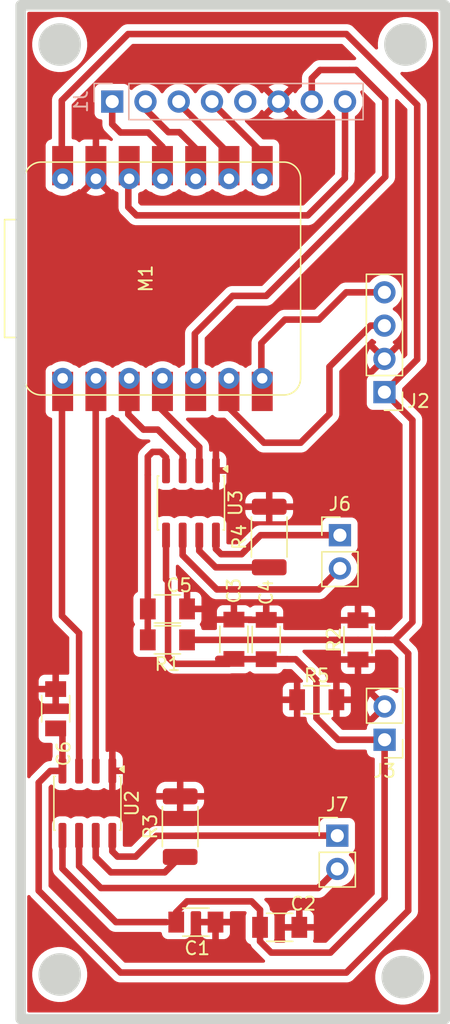
<source format=kicad_pcb>
(kicad_pcb
	(version 20241229)
	(generator "pcbnew")
	(generator_version "9.0")
	(general
		(thickness 1.6)
		(legacy_teardrops no)
	)
	(paper "A4")
	(layers
		(0 "F.Cu" signal)
		(2 "B.Cu" signal)
		(9 "F.Adhes" user "F.Adhesive")
		(11 "B.Adhes" user "B.Adhesive")
		(13 "F.Paste" user)
		(15 "B.Paste" user)
		(5 "F.SilkS" user "F.Silkscreen")
		(7 "B.SilkS" user "B.Silkscreen")
		(1 "F.Mask" user)
		(3 "B.Mask" user)
		(17 "Dwgs.User" user "User.Drawings")
		(19 "Cmts.User" user "User.Comments")
		(21 "Eco1.User" user "User.Eco1")
		(23 "Eco2.User" user "User.Eco2")
		(25 "Edge.Cuts" user)
		(27 "Margin" user)
		(31 "F.CrtYd" user "F.Courtyard")
		(29 "B.CrtYd" user "B.Courtyard")
		(35 "F.Fab" user)
		(33 "B.Fab" user)
		(39 "User.1" user)
		(41 "User.2" user)
		(43 "User.3" user)
		(45 "User.4" user)
	)
	(setup
		(pad_to_mask_clearance 0)
		(allow_soldermask_bridges_in_footprints no)
		(tenting front back)
		(pcbplotparams
			(layerselection 0x00000000_00000000_55555555_57555551)
			(plot_on_all_layers_selection 0x00000000_00000000_00000000_00000000)
			(disableapertmacros no)
			(usegerberextensions no)
			(usegerberattributes yes)
			(usegerberadvancedattributes yes)
			(creategerberjobfile yes)
			(dashed_line_dash_ratio 12.000000)
			(dashed_line_gap_ratio 3.000000)
			(svgprecision 4)
			(plotframeref no)
			(mode 1)
			(useauxorigin no)
			(hpglpennumber 1)
			(hpglpenspeed 20)
			(hpglpendiameter 15.000000)
			(pdf_front_fp_property_popups yes)
			(pdf_back_fp_property_popups yes)
			(pdf_metadata yes)
			(pdf_single_document no)
			(dxfpolygonmode yes)
			(dxfimperialunits yes)
			(dxfusepcbnewfont yes)
			(psnegative no)
			(psa4output no)
			(plot_black_and_white yes)
			(sketchpadsonfab no)
			(plotpadnumbers no)
			(hidednponfab no)
			(sketchdnponfab yes)
			(crossoutdnponfab yes)
			(subtractmaskfromsilk no)
			(outputformat 5)
			(mirror no)
			(drillshape 2)
			(scaleselection 1)
			(outputdirectory "")
		)
	)
	(net 0 "")
	(net 1 "SDA")
	(net 2 "PWR_5V")
	(net 3 "GNDD")
	(net 4 "MISO")
	(net 5 "PWR_3V3")
	(net 6 "IRQ")
	(net 7 "SCK")
	(net 8 "MOSI")
	(net 9 "RST")
	(net 10 "LCD_SDA")
	(net 11 "SCL")
	(net 12 "M_B_Out2")
	(net 13 "M_B_Out1")
	(net 14 "M_A_Out1")
	(net 15 "M_A_Out2")
	(net 16 "M_B_In1")
	(net 17 "M_A_In2")
	(net 18 "M_B_In2")
	(net 19 "M_A_In1")
	(net 20 "Net-(U2-LSS)")
	(net 21 "Net-(U3-LSS)")
	(net 22 "+BATT")
	(net 23 "Net-(U3-VREF)")
	(footprint "PCM_fab:C_1206" (layer "F.Cu") (at 132.2308 96.7254 90))
	(footprint "Connector_PinHeader_2.54mm:PinHeader_1x02_P2.54mm_Vertical" (layer "F.Cu") (at 140.3258 88.7802))
	(footprint "PCM_fab:C_1206" (layer "F.Cu") (at 118.618 102.0304 90))
	(footprint "PCM_fab:R_1206" (layer "F.Cu") (at 138.557 101.3446))
	(footprint "Resistor_SMD:R_2010_5025Metric" (layer "F.Cu") (at 134.9258 88.9202 90))
	(footprint "PCM_fab:C_1206" (layer "F.Cu") (at 134.6962 96.7458 90))
	(footprint "Connector_PinHeader_2.54mm:PinHeader_1x04_P2.54mm_Vertical" (layer "F.Cu") (at 143.7258 77.8602 180))
	(footprint "PCM_fab:R_1206" (layer "F.Cu") (at 141.7066 96.7726 90))
	(footprint "PCM_fab:C_1206" (layer "F.Cu") (at 135.7258 118.7202))
	(footprint "PCM_fab:R_1206" (layer "F.Cu") (at 127.151 96.7726 180))
	(footprint "PCM_fab:C_1206" (layer "F.Cu") (at 127.1524 94.4104))
	(footprint "Resistor_SMD:R_2010_5025Metric" (layer "F.Cu") (at 128.1258 111.0327 90))
	(footprint "Connector_PinHeader_2.54mm:PinHeader_1x02_P2.54mm_Vertical" (layer "F.Cu") (at 143.7386 104.3976 180))
	(footprint "Package_SO:SOIC-8-1EP_3.9x4.9mm_P1.27mm_EP2.41x3.3mm" (layer "F.Cu") (at 121.0408 109.2452 -90))
	(footprint "Connector_PinHeader_2.54mm:PinHeader_1x02_P2.54mm_Vertical" (layer "F.Cu") (at 140.1258 111.7202))
	(footprint "PCM_fab:C_1206" (layer "F.Cu") (at 129.3258 118.3202))
	(footprint "PCM_fab:SeeedStudio_XIAO_RP2040" (layer "F.Cu") (at 126.7714 69.1882 90))
	(footprint "Package_SO:SOIC-8-1EP_3.9x4.9mm_P1.27mm_EP2.41x3.3mm" (layer "F.Cu") (at 128.9508 86.3202 -90))
	(footprint "Connector_PinHeader_2.54mm:PinHeader_1x08_P2.54mm_Vertical" (layer "B.Cu") (at 122.936 55.6754 -90))
	(gr_circle
		(center 118.9258 122.3202)
		(end 120.5258 122.3202)
		(stroke
			(width 0.05)
			(type solid)
		)
		(fill yes)
		(layer "Edge.Cuts")
		(uuid "1bcf761b-0b6f-447c-b4da-79553cb3bffa")
	)
	(gr_circle
		(center 118.9258 51.3202)
		(end 120.5258 51.3202)
		(stroke
			(width 0.05)
			(type solid)
		)
		(fill yes)
		(layer "Edge.Cuts")
		(uuid "4bbb332b-91b5-4c35-9b24-b38765ebe849")
	)
	(gr_circle
		(center 145.3258 51.3202)
		(end 146.9258 51.3202)
		(stroke
			(width 0.05)
			(type solid)
		)
		(fill yes)
		(layer "Edge.Cuts")
		(uuid "8eab7a16-50a6-4612-9f98-813452c7595f")
	)
	(gr_rect
		(start 115.9458 48.3202)
		(end 148.3458 125.7202)
		(stroke
			(width 0.8)
			(type solid)
		)
		(fill no)
		(layer "Edge.Cuts")
		(uuid "c006afae-5681-4ee0-a3b6-08515f995b06")
	)
	(gr_circle
		(center 145.1258 122.5202)
		(end 146.7258 122.5202)
		(stroke
			(width 0.05)
			(type solid)
		)
		(fill yes)
		(layer "Edge.Cuts")
		(uuid "edde3bb3-9f1b-429e-aacd-f4517e3245ff")
	)
	(segment
		(start 122.936 57.4026)
		(end 123.571 58.0376)
		(width 0.5)
		(layer "F.Cu")
		(net 1)
		(uuid "37d11d36-858f-46de-a991-146aeaa3a6c9")
	)
	(segment
		(start 123.571 58.0376)
		(end 125.6876 58.0376)
		(width 0.5)
		(layer "F.Cu")
		(net 1)
		(uuid "4f4623b8-3382-476f-a8ce-3d5e60daaf1a")
	)
	(segment
		(start 125.6876 58.0376)
		(end 126.7714 59.1214)
		(width 0.5)
		(layer "F.Cu")
		(net 1)
		(uuid "638a293f-a870-4a94-9dd6-d20b4de5088e")
	)
	(segment
		(start 122.936 55.6754)
		(end 122.936 57.4026)
		(width 0.5)
		(layer "F.Cu")
		(net 1)
		(uuid "64573b92-b881-47a3-a2df-3bb2619b3155")
	)
	(segment
		(start 126.7714 59.1214)
		(end 126.7714 61.5682)
		(width 0.5)
		(layer "F.Cu")
		(net 1)
		(uuid "925b156e-eaa1-4260-9bcd-4176d8d96618")
	)
	(segment
		(start 140.8176 50.5192)
		(end 146.2278 55.9294)
		(width 0.5)
		(layer "F.Cu")
		(net 2)
		(uuid "2470537a-46ba-415c-87f9-9770e15147e3")
	)
	(segment
		(start 145.8616 79.996)
		(end 143.7258 77.8602)
		(width 0.5)
		(layer "F.Cu")
		(net 2)
		(uuid "2a47cbb9-7d43-4a57-9ed8-c0b7d21aa612")
	)
	(segment
		(start 144.5006 96.7726)
		(end 145.8616 95.4116)
		(width 0.5)
		(layer "F.Cu")
		(net 2)
		(uuid "3321dcb3-98cc-4ed8-b1e0-ad98f8723c77")
	)
	(segment
		(start 145.542 97.814)
		(end 144.5006 96.7726)
		(width 0.5)
		(layer "F.Cu")
		(net 2)
		(uuid "33d9ab3d-9f39-4edf-b809-fd97b28884fb")
	)
	(segment
		(start 119.1058 60.7202)
		(end 119.1058 61.6802)
		(width 0.5)
		(layer "F.Cu")
		(net 2)
		(uuid "3e621f4d-02b4-4d56-960a-3dea8fe2d736")
	)
	(segment
		(start 119.1358 106.7702)
		(end 119.1272 106.7788)
		(width 0.5)
		(layer "F.Cu")
		(net 2)
		(uuid "45b1e9ef-9794-4e87-b7e3-44541fa14899")
	)
	(segment
		(start 117.3226 107.6692)
		(end 117.3226 115.9242)
		(width 0.5)
		(layer "F.Cu")
		(net 2)
		(uuid "4fc3814c-2754-4e60-8e53-8a766e3fd190")
	)
	(segment
		(start 119.1358 104.0482)
		(end 118.618 103.5304)
		(width 0.5)
		(layer "F.Cu")
		(net 2)
		(uuid "5347066a-cc54-4f9a-ae62-9510b732f6d4")
	)
	(segment
		(start 143.7894 96.7726)
		(end 141.7066 96.7726)
		(width 0.5)
		(layer "F.Cu")
		(net 2)
		(uuid "62844d33-d50e-4553-8298-0724cdf5c71e")
	)
	(segment
		(start 119.1358 106.7702)
		(end 119.1358 104.0482)
		(width 0.5)
		(layer "F.Cu")
		(net 2)
		(uuid "6746eeda-77b0-4903-b892-8974c7392116")
	)
	(segment
		(start 143.7894 96.7726)
		(end 144.5006 96.7726)
		(width 0.5)
		(layer "F.Cu")
		(net 2)
		(uuid "6c43405d-e78b-4ada-be42-bd6ec49e4016")
	)
	(segment
		(start 119.1272 106.7788)
		(end 118.213 106.7788)
		(width 0.5)
		(layer "F.Cu")
		(net 2)
		(uuid "733abf78-6bce-4e7f-befd-b71ec13a8ae4")
	)
	(segment
		(start 145.8616 95.4116)
		(end 145.8616 79.996)
		(width 0.5)
		(layer "F.Cu")
		(net 2)
		(uuid "75446d3e-21fa-4649-a937-70f281f18411")
	)
	(segment
		(start 117.3226 115.9242)
		(end 123.571 122.1726)
		(width 0.5)
		(layer "F.Cu")
		(net 2)
		(uuid "75d47c10-80eb-4e6e-808f-a56a50cf44a7")
	)
	(segment
		(start 124.1552 50.5192)
		(end 140.8176 50.5192)
		(width 0.5)
		(layer "F.Cu")
		(net 2)
		(uuid "7d480665-369e-41b6-91f5-baf6f0563bfb")
	)
	(segment
		(start 118.213 106.7788)
		(end 117.3226 107.6692)
		(width 0.5)
		(layer "F.Cu")
		(net 2)
		(uuid "93b49123-b9ee-463f-b903-2f6661c382af")
	)
	(segment
		(start 119.0858 61.6852)
		(end 119.0858 55.5886)
		(width 0.5)
		(layer "F.Cu")
		(net 2)
		(uuid "a514d23d-143d-47a1-be4a-e5626afe75b6")
	)
	(segment
		(start 123.571 122.1726)
		(end 140.8176 122.1726)
		(width 0.5)
		(layer "F.Cu")
		(net 2)
		(uuid "afb0bbd1-757b-4f95-bce7-9ee71159ef23")
	)
	(segment
		(start 140.8176 122.1726)
		(end 145.542 117.4482)
		(width 0.5)
		(layer "F.Cu")
		(net 2)
		(uuid "b383dceb-683c-4fbb-a7f4-731252a2413f")
	)
	(segment
		(start 145.542 117.4482)
		(end 145.542 97.814)
		(width 0.5)
		(layer "F.Cu")
		(net 2)
		(uuid "bb248fa0-b613-4e2c-b1b3-348366bc9ca7")
	)
	(segment
		(start 146.2278 75.3582)
		(end 143.7258 77.8602)
		(width 0.5)
		(layer "F.Cu")
		(net 2)
		(uuid "d22648f5-df86-4c05-8844-0426646fa96c")
	)
	(segment
		(start 146.2278 55.9294)
		(end 146.2278 75.3582)
		(width 0.5)
		(layer "F.Cu")
		(net 2)
		(uuid "e14cc86a-5237-46f4-91d6-52d67a2e8b17")
	)
	(segment
		(start 119.0858 55.5886)
		(end 124.1552 50.5192)
		(width 0.5)
		(layer "F.Cu")
		(net 2)
		(uuid "f49b851c-3af3-484d-a66b-68dbdfa08f86")
	)
	(segment
		(start 128.651 96.7726)
		(end 141.7066 96.7726)
		(width 0.5)
		(layer "F.Cu")
		(net 2)
		(uuid "f5de343c-8c0a-4cc1-b8b6-8d72dac2467e")
	)
	(segment
		(start 129.845 101.355)
		(end 131.38 102.89)
		(width 0.5)
		(locked yes)
		(layer "F.Cu")
		(net 3)
		(uuid "c2bd7c5b-e33d-4dcf-aba7-1f78711b21d7")
	)
	(segment
		(start 130.556 55.756)
		(end 134.3914 59.5914)
		(width 0.5)
		(layer "F.Cu")
		(net 4)
		(uuid "016640c0-7c11-4c5e-818e-aac448365b73")
	)
	(segment
		(start 134.3914 59.5914)
		(end 134.3914 61.5682)
		(width 0.5)
		(layer "F.Cu")
		(net 4)
		(uuid "30a761d8-a66f-42f4-9619-f267b6608095")
	)
	(segment
		(start 130.556 55.6754)
		(end 130.556 55.756)
		(width 0.5)
		(layer "F.Cu")
		(net 4)
		(uuid "daf3e5f9-d018-4c81-bcc9-428388e0eb11")
	)
	(segment
		(start 124.1658 63.7378)
		(end 124.7902 64.3622)
		(width 0.5)
		(layer "F.Cu")
		(net 5)
		(uuid "116362b6-96c5-4c03-9d14-2624c7066c81")
	)
	(segment
		(start 124.1658 61.6852)
		(end 124.1658 63.7378)
		(width 0.5)
		(layer "F.Cu")
		(net 5)
		(uuid "16b6269c-f81c-41b2-a5c4-06fdde187ced")
	)
	(segment
		(start 123.7742 61.2936)
		(end 124.1658 61.6852)
		(width 0.5)
		(layer "F.Cu")
		(net 5)
		(uuid "a243fe88-47e6-4651-98e5-a9cc3973777d")
	)
	(segment
		(start 124.7902 64.3622)
		(end 137.8712 64.3622)
		(width 0.5)
		(layer "F.Cu")
		(net 5)
		(uuid "a531537f-984d-47eb-ab90-275f210b3ded")
	)
	(segment
		(start 140.7033 60.9967)
		(end 140.716 60.984)
		(width 0.5)
		(layer "F.Cu")
		(net 5)
		(uuid "ba7dec92-ce90-4e3a-a0e2-58eea3cb7b90")
	)
	(segment
		(start 137.8712 64.3622)
		(end 140.7033 61.5301)
		(width 0.5)
		(layer "F.Cu")
		(net 5)
		(uuid "c44db983-0920-4df4-88bb-72a98bf33e23")
	)
	(segment
		(start 140.716 60.984)
		(end 140.716 55.6754)
		(width 0.5)
		(layer "F.Cu")
		(net 5)
		(uuid "d4674854-3740-4be9-a325-f83e0694f4e3")
	)
	(segment
		(start 140.7033 61.5301)
		(end 140.7033 60.9967)
		(width 0.5)
		(layer "F.Cu")
		(net 5)
		(uuid "dd2da1c1-4209-4323-89ac-883a65c47495")
	)
	(segment
		(start 128.0668 58.0122)
		(end 129.3114 59.2568)
		(width 0.5)
		(layer "F.Cu")
		(net 7)
		(uuid "3f21647e-431f-4833-9e45-bb624d8c79ac")
	)
	(segment
		(start 125.476 56.261)
		(end 127.2272 58.0122)
		(width 0.5)
		(layer "F.Cu")
		(net 7)
		(uuid "4725386e-faa8-4e40-b053-a91103e609ff")
	)
	(segment
		(start 125.476 55.6754)
		(end 125.476 56.261)
		(width 0.5)
		(layer "F.Cu")
		(net 7)
		(uuid "48148ef4-857f-43aa-975d-353cd4e24a0a")
	)
	(segment
		(start 129.3114 59.2568)
		(end 129.3114 61.5682)
		(width 0.5)
		(layer "F.Cu")
		(net 7)
		(uuid "a67036c7-f37b-4672-b8e0-9dad5fc0d9de")
	)
	(segment
		(start 127.2272 58.0122)
		(end 128.0668 58.0122)
		(width 0.5)
		(layer "F.Cu")
		(net 7)
		(uuid "b4b5a663-240c-4fac-9144-1ac616c8e53e")
	)
	(segment
		(start 128.016 55.6754)
		(end 128.016 55.816)
		(width 0.5)
		(layer "F.Cu")
		(net 8)
		(uuid "721b89db-1a57-445b-8158-6daf944c2740")
	)
	(segment
		(start 131.8514 59.6514)
		(end 131.8514 61.5682)
		(width 0.5)
		(layer "F.Cu")
		(net 8)
		(uuid "bc87af3b-a0f1-4b45-9426-1f79f6a5ffc8")
	)
	(segment
		(start 128.016 55.816)
		(end 131.8514 59.6514)
		(width 0.5)
		(layer "F.Cu")
		(net 8)
		(uuid "f03fa860-bf9c-4212-a156-4b873259e03a")
	)
	(segment
		(start 141.8844 53.5926)
		(end 143.7894 55.4976)
		(width 0.5)
		(layer "F.Cu")
		(net 9)
		(uuid "19b3ab78-43e4-49b3-aa41-2cacc05af3d3")
	)
	(segment
		(start 129.2458 73.394)
		(end 129.2458 76.9202)
		(width 0.5)
		(layer "F.Cu")
		(net 9)
		(uuid "2a3c63c9-f588-4902-8469-100d140a4bd7")
	)
	(segment
		(start 138.176 55.6754)
		(end 138.176 53.8974)
		(width 0.5)
		(layer "F.Cu")
		(net 9)
		(uuid "3e4d922e-4d69-4b53-b88f-462fc85ff1ae")
	)
	(segment
		(start 143.7894 61.4158)
		(end 134.6962 70.509)
		(width 0.5)
		(layer "F.Cu")
		(net 9)
		(uuid "48e7b8f7-341c-43b2-ad01-31dc0c642ff7")
	)
	(segment
		(start 138.176 53.8974)
		(end 138.7094 53.364)
		(width 0.5)
		(layer "F.Cu")
		(net 9)
		(uuid "54ee3202-6e08-43bb-9373-b19e5257a19f")
	)
	(segment
		(start 138.7094 53.364)
		(end 138.811 53.2624)
		(width 0.5)
		(layer "F.Cu")
		(net 9)
		(uuid "597e5268-c988-429c-af20-d9330965ac5d")
	)
	(segment
		(start 141.5542 53.2624)
		(end 141.8844 53.5926)
		(width 0.5)
		(layer "F.Cu")
		(net 9)
		(uuid "5b301952-c356-4365-be06-e318d3311067")
	)
	(segment
		(start 143.7894 55.4976)
		(end 143.7894 61.4158)
		(width 0.5)
		(layer "F.Cu")
		(net 9)
		(uuid "740f89f3-db07-4d79-97df-8b65ab6c2074")
	)
	(segment
		(start 132.1308 70.509)
		(end 129.2458 73.394)
		(width 0.5)
		(layer "F.Cu")
		(net 9)
		(uuid "89d524ff-5de3-4cc9-a211-28a3c550f15d")
	)
	(segment
		(start 134.6962 70.509)
		(end 132.1308 70.509)
		(width 0.5)
		(layer "F.Cu")
		(net 9)
		(uuid "8c0cd529-e4fc-473c-b042-d97f099ba531")
	)
	(segment
		(start 141.0462 53.2624)
		(end 141.5542 53.2624)
		(width 0.5)
		(layer "F.Cu")
		(net 9)
		(uuid "8f965612-a3b3-4d08-8d96-0a2e7d31667b")
	)
	(segment
		(start 138.811 53.2624)
		(end 141.0462 53.2624)
		(width 0.5)
		(layer "F.Cu")
		(net 9)
		(uuid "d1327df0-a220-4ef9-aa20-41dba9031a67")
	)
	(segment
		(start 142.6658 72.7802)
		(end 143.7258 72.7802)
		(width 0.5)
		(layer "F.Cu")
		(net 10)
		(uuid "0e35d8a9-3e2b-4ecb-a938-43482f7d8e0f")
	)
	(segment
		(start 139.5258 79.5202)
		(end 139.5258 75.9202)
		(width 0.5)
		(layer "F.Cu")
		(net 10)
		(uuid "1f8e4b44-c98d-4704-b9c6-00cebc263868")
	)
	(segment
		(start 143.7258 72.7802)
		(end 143.3858 73.1202)
		(width 0.5)
		(layer "F.Cu")
		(net 10)
		(uuid "2603c622-7a76-45b9-9608-045135428ab1")
	)
	(segment
		(start 131.7858 78.9802)
		(end 134.5258 81.7202)
		(width 0.5)
		(layer "F.Cu")
		(net 10)
		(uuid "776b96c4-eddd-4e74-88b0-0974020fb618")
	)
	(segment
		(start 131.7858 76.9202)
		(end 131.7858 78.9802)
		(width 0.5)
		(layer "F.Cu")
		(net 10)
		(uuid "c6ca4f2c-56b1-474a-849d-7532a7664aed")
	)
	(segment
		(start 137.3258 81.7202)
		(end 139.5258 79.5202)
		(width 0.5)
		(layer "F.Cu")
		(net 10)
		(uuid "c8b67fc1-e6fe-4302-9656-bf3fe6924fba")
	)
	(segment
		(start 139.5258 75.9202)
		(end 142.6658 72.7802)
		(width 0.5)
		(layer "F.Cu")
		(net 10)
		(uuid "ca1e586d-426d-4f22-8ad3-b57e94b6bf72")
	)
	(segment
		(start 134.5258 81.7202)
		(end 137.3258 81.7202)
		(width 0.5)
		(layer "F.Cu")
		(net 10)
		(uuid "e3bc645c-49b1-4b31-83ab-e08fe9f3b08a")
	)
	(segment
		(start 140.7258 70.3202)
		(end 140.8058 70.2402)
		(width 0.5)
		(layer "F.Cu")
		(net 11)
		(uuid "03dec543-8375-4316-b311-2e97fb7da1d8")
	)
	(segment
		(start 138.7258 72.3202)
		(end 140.7258 70.3202)
		(width 0.5)
		(layer "F.Cu")
		(net 11)
		(uuid "7c07970c-06cc-4507-a58c-8f2fc7f4dad2")
	)
	(segment
		(start 134.3258 74.1202)
		(end 136.1258 72.3202)
		(width 0.5)
		(layer "F.Cu")
		(net 11)
		(uuid "888a37fc-5ea3-4377-9ec4-d282ae2077e5")
	)
	(segment
		(start 134.3258 76.9202)
		(end 134.3258 74.1202)
		(width 0.5)
		(layer "F.Cu")
		(net 11)
		(uuid "a5ffcc32-326b-429b-b2c7-fbfb6a121063")
	)
	(segment
		(start 136.1258 72.3202)
		(end 138.7258 72.3202)
		(width 0.5)
		(layer "F.Cu")
		(net 11)
		(uuid "e4b331d8-afa7-4386-a433-e21ffc20eca2")
	)
	(segment
		(start 140.8058 70.2402)
		(end 143.7258 70.2402)
		(width 0.5)
		(layer "F.Cu")
		(net 11)
		(uuid "eaa7d3f7-880a-4819-a570-8aeb2085a874")
	)
	(segment
		(start 140.3258 88.7802)
		(end 134.2658 88.7802)
		(width 0.5)
		(layer "F.Cu")
		(net 12)
		(uuid "1e7be4d8-8b51-47d2-ba11-c724d097f2cc")
	)
	(segment
		(start 132.8183 90.2317)
		(end 131.252928 90.2317)
		(width 0.5)
		(layer "F.Cu")
		(net 12)
		(uuid "262a967c-7f87-4a7c-9cda-b8e8429e4343")
	)
	(segment
		(start 133.05 89.996)
		(end 133.05 90)
		(width 0.5)
		(layer "F.Cu")
		(net 12)
		(uuid "5ec44b4d-625c-404c-b3f4-4f5f3dbb2b6f")
	)
	(segment
		(start 130.8558 89.834572)
		(end 130.8558 88.7952)
		(width 0.5)
		(layer "F.Cu")
		(net 12)
		(uuid "6da6f4f7-7445-4777-85ca-8f9897cc7cfe")
	)
	(segment
		(start 134.2658 88.7802)
		(end 133.05 89.996)
		(width 0.5)
		(layer "F.Cu")
		(net 12)
		(uuid "9f2fea81-d3b0-41fc-b1f9-62b22be2bb70")
	)
	(segment
		(start 133.05 90)
		(end 132.8183 90.2317)
		(width 0.5)
		(layer "F.Cu")
		(net 12)
		(uuid "ae85e3f1-1fee-4788-b869-5929d8c26617")
	)
	(segment
		(start 131.252928 90.2317)
		(end 130.8558 89.834572)
		(width 0.5)
		(layer "F.Cu")
		(net 12)
		(uuid "dfa4b79b-6c99-445d-8b8c-82553909da8b")
	)
	(segment
		(start 138.7258 92.9202)
		(end 140.3258 91.3202)
		(width 0.5)
		(layer "F.Cu")
		(net 13)
		(uuid "16664291-3c3d-417b-b728-951a5dbbd0d8")
	)
	(segment
		(start 128.3158 90.3102)
		(end 130.9258 92.9202)
		(width 0.5)
		(layer "F.Cu")
		(net 13)
		(uuid "5a210e35-5b68-40f5-82a0-e8b997c3118c")
	)
	(segment
		(start 128.3158 88.7952)
		(end 128.3158 90.3102)
		(width 0.5)
		(layer "F.Cu")
		(net 13)
		(uuid "ab7e9670-0db2-4c3b-960e-1f5998115863")
	)
	(segment
		(start 130.9258 92.9202)
		(end 138.7258 92.9202)
		(width 0.5)
		(layer "F.Cu")
		(net 13)
		(uuid "bb6a4177-bb0a-42d3-b285-bbe5b78376ba")
	)
	(segment
		(start 120.4058 114.0558)
		(end 122.0702 115.7202)
		(width 0.5)
		(layer "F.Cu")
		(net 14)
		(uuid "3b453c54-a8ee-4314-825d-5810d92b6a6d")
	)
	(segment
		(start 122.0702 115.7202)
		(end 138.6658 115.7202)
		(width 0.5)
		(layer "F.Cu")
		(net 14)
		(uuid "4a2248da-a9cd-4147-8cfe-a8bd2a6e3e6e")
	)
	(segment
		(start 120.4058 111.7202)
		(end 120.4058 114.0558)
		(width 0.5)
		(layer "F.Cu")
		(net 14)
		(uuid "4d74dd39-6026-4709-8d52-f0f1e2c34ae8")
	)
	(segment
		(start 138.6658 115.7202)
		(end 140.1258 114.2602)
		(width 0.5)
		(layer "F.Cu")
		(net 14)
		(uuid "e3f6bdde-a072-41ee-904d-e963f89d60d7")
	)
	(segment
		(start 124.7258 113.3202)
		(end 123.3458 113.3202)
		(width 0.5)
		(layer "F.Cu")
		(net 15)
		(uuid "3e4e6a1e-b527-4b70-b778-de2b8006df23")
	)
	(segment
		(start 140.1258 111.7202)
		(end 129.3258 111.7202)
		(width 0.5)
		(layer "F.Cu")
		(net 15)
		(uuid "7837430f-7fa8-4fc1-bce5-72b0d6540b60")
	)
	(segment
		(start 122.9458 112.9202)
		(end 122.9458 111.7202)
		(width 0.5)
		(layer "F.Cu")
		(net 15)
		(uuid "80a67a87-dfe0-4849-8c31-1a5cdb3a1bde")
	)
	(segment
		(start 129.3258 111.7202)
		(end 129.3128 111.7332)
		(width 0.5)
		(layer "F.Cu")
		(net 15)
		(uuid "8b1187cf-741f-4447-9987-98ccdbb39ec7")
	)
	(segment
		(start 129.3128 111.7332)
		(end 126.3128 111.7332)
		(width 0.5)
		(layer "F.Cu")
		(net 15)
		(uuid "c981f4be-0e61-49bf-aa17-1141fd5ce4c4")
	)
	(segment
		(start 140.1258 111.7202)
		(end 138.3458 111.7202)
		(width 0.5)
		(layer "F.Cu")
		(net 15)
		(uuid "cb69cfea-8523-4df1-82a7-dff1aeb59585")
	)
	(segment
		(start 123.3458 113.3202)
		(end 122.9458 112.9202)
		(width 0.5)
		(layer "F.Cu")
		(net 15)
		(uuid "cfd280d5-aedc-4d6a-99fb-5b6cd3845dd9")
	)
	(segment
		(start 126.3128 111.7332)
		(end 124.7258 113.3202)
		(width 0.5)
		(layer "F.Cu")
		(net 15)
		(uuid "e2acd216-b4c4-407b-826e-fbb001da1579")
	)
	(segment
		(start 128.3158 83.8452)
		(end 128.3158 82.6198)
		(width 0.5)
		(layer "F.Cu")
		(net 16)
		(uuid "575f7a0d-cda7-4231-ad41-d1b0a863e1b9")
	)
	(segment
		(start 126.4162 80.7202)
		(end 125.3258 80.7202)
		(width 0.5)
		(layer "F.Cu")
		(net 16)
		(uuid "b6eb1a85-b7fe-4312-8dbe-d686f6ed334e")
	)
	(segment
		(start 125.3258 80.7202)
		(end 124.1658 79.5602)
		(width 0.5)
		(layer "F.Cu")
		(net 16)
		(uuid "c1b27e21-9ee5-47de-b486-0db049f0cf30")
	)
	(segment
		(start 128.3158 82.6198)
		(end 126.4162 80.7202)
		(width 0.5)
		(layer "F.Cu")
		(net 16)
		(uuid "c6011744-a7e4-4159-bb1c-0dc73428b633")
	)
	(segment
		(start 124.1658 79.5602)
		(end 124.1658 76.9202)
		(width 0.5)
		(layer "F.Cu")
		(net 16)
		(uuid "d383e9ab-f502-466f-b7fa-e75074f8fb6b")
	)
	(segment
		(start 121.6758 106.7702)
		(end 121.6758 76.8188)
		(width 0.5)
		(layer "F.Cu")
		(net 17)
		(uuid "11e4409d-e8ce-4478-a6fc-eacfe5d9c344")
	)
	(segment
		(start 121.6758 76.8188)
		(end 121.6914 76.8032)
		(width 0.5)
		(layer "F.Cu")
		(net 17)
		(uuid "58a6462c-e6cb-4034-ae4b-3bee5403cf30")
	)
	(segment
		(start 126.7058 79.175126)
		(end 129.5858 82.055126)
		(width 0.5)
		(layer "F.Cu")
		(net 18)
		(uuid "0edc2cac-bb0e-4807-8058-d4fa1079c006")
	)
	(segment
		(start 126.7058 76.9202)
		(end 126.7058 79.175126)
		(width 0.5)
		(layer "F.Cu")
		(net 18)
		(uuid "585af8ca-4d0b-4b37-ac06-5f9047f8cc70")
	)
	(segment
		(start 129.5858 82.055126)
		(end 129.5858 83.8452)
		(width 0.5)
		(layer "F.Cu")
		(net 18)
		(uuid "c786a6c1-81bd-4ab0-b7ef-d89c0c633d66")
	)
	(segment
		(start 119.1058 94.949)
		(end 120.4058 96.249)
		(width 0.5)
		(layer "F.Cu")
		(net 19)
		(uuid "1d7e0e79-8959-471c-a05d-06440d83b5f7")
	)
	(segment
		(start 119.1006 94.949)
		(end 119.1006 76.854)
		(width 0.5)
		(layer "F.Cu")
		(net 19)
		(uuid "3ff86bbb-139a-4276-b910-fcfbd26f14d9")
	)
	(segment
		(start 120.4058 96.249)
		(end 120.4058 106.7702)
		(width 0.5)
		(layer "F.Cu")
		(net 19)
		(uuid "a70241f0-8e5a-44d8-b046-667fcf0b3061")
	)
	(segment
		(start 119.1006 76.854)
		(end 119.1514 76.8032)
		(width 0.5)
		(layer "F.Cu")
		(net 19)
		(uuid "b882c68c-ac79-462d-a8ff-0f94c9136ac6")
	)
	(segment
		(start 121.6758 113.3677)
		(end 122.8283 114.5202)
		(width 0.5)
		(layer "F.Cu")
		(net 20)
		(uuid "6912887a-963c-467f-9884-59666363610f")
	)
	(segment
		(start 122.8283 114.5202)
		(end 126.9508 114.5202)
		(width 0.5)
		(layer "F.Cu")
		(net 20)
		(uuid "976b6639-1516-4318-b6cc-3dfe0cfdbbba")
	)
	(segment
		(start 121.6758 111.7202)
		(end 121.6758 113.3677)
		(width 0.5)
		(layer "F.Cu")
		(net 20)
		(uuid "b46ef9df-07a3-432e-8148-363646e5e03c")
	)
	(segment
		(start 126.9508 114.5202)
		(end 128.1258 113.3452)
		(width 0.5)
		(layer "F.Cu")
		(net 20)
		(uuid "f14c4b00-fb1b-4ecc-8b86-f22aedf957f3")
	)
	(segment
		(start 129.5858 89.9802)
		(end 130.8383 91.2327)
		(width 0.5)
		(layer "F.Cu")
		(net 21)
		(uuid "20dd1c3b-c823-402a-9a38-505d9f395a76")
	)
	(segment
		(start 129.5858 88.7952)
		(end 129.5858 89.9802)
		(width 0.5)
		(layer "F.Cu")
		(net 21)
		(uuid "986814e5-deeb-490d-8705-8944fe087f1b")
	)
	(segment
		(start 130.8383 91.2327)
		(end 134.9258 91.2327)
		(width 0.5)
		(layer "F.Cu")
		(net 21)
		(uuid "d6d2feca-789e-4a7a-b75a-e67a8fc646c4")
	)
	(segment
		(start 134.8383 91.3202)
		(end 134.9258 91.2327)
		(width 0.5)
		(layer "F.Cu")
		(net 21)
		(uuid "f70205a8-c507-4734-a47f-f16c352470be")
	)
	(segment
		(start 119.1358 111.7202)
		(end 119.1358 114.2358)
		(width 0.5)
		(layer "F.Cu")
		(net 22)
		(uuid "089d3a13-ccef-4702-b8fd-4d2bcca53246")
	)
	(segment
		(start 131.0333 98.2254)
		(end 132.2308 98.2254)
		(width 0.5)
		(layer "F.Cu")
		(net 22)
		(uuid "0edf3a3b-8490-41c5-a1b3-c62178400b3f")
	)
	(segment
		(start 128.651 116.737)
		(end 133.5786 116.737)
		(width 0.5)
		(layer "F.Cu")
		(net 22)
		(uuid "10cb5e51-a376-4012-ab0b-4941efd413da")
	)
	(segment
		(start 133.5786 116.737)
		(end 134.2258 117.3842)
		(width 0.5)
		(layer "F.Cu")
		(net 22)
		(uuid "11fc52c4-be8d-46e1-b93f-c1d35894ca70")
	)
	(segment
		(start 132.2512 98.2458)
		(end 132.2308 98.2254)
		(width 0.5)
		(layer "F.Cu")
		(net 22)
		(uuid "15f9636a-b83e-44e4-9b48-da04ead88036")
	)
	(segment
		(start 134.6962 98.2458)
		(end 132.2512 98.2458)
		(width 0.5)
		(layer "F.Cu")
		(net 22)
		(uuid "1be36215-d7a6-408b-adf6-b43a3886b51e")
	)
	(segment
		(start 134.2258 117.3842)
		(end 134.2258 118.7202)
		(width 0.5)
		(layer "F.Cu")
		(net 22)
		(uuid "29e45516-4bb0-4bf1-a7cb-aa6115d2fdea")
	)
	(segment
		(start 127.2 98.1)
		(end 127.7 98.6)
		(width 0.5)
		(layer "F.Cu")
		(net 22)
		(uuid "47bf3d22-57da-4847-b680-48ab53ad2876")
	)
	(segment
		(start 136.2958 98.2458)
		(end 136.3 98.25)
		(width 0.5)
		(layer "F.Cu")
		(net 22)
		(uuid "49fd8ac3-5402-48ef-baac-59b4355aa66d")
	)
	(segment
		(start 136.95 98.25)
		(end 138.5316 99.8316)
		(width 0.5)
		(layer "F.Cu")
		(net 22)
		(uuid "4f21e15c-0cac-42d5-a1f6-f4796ded6eda")
	)
	(segment
		(start 136.3 98.25)
		(end 136.95 98.25)
		(width 0.5)
		(layer "F.Cu")
		(net 22)
		(uuid "513606d0-1a00-4b1f-9bb8-d9ea9d2a51b0")
	)
	(segment
		(start 123.2202 118.3202)
		(end 127.0748 118.3202)
		(width 0.5)
		(layer "F.Cu")
		(net 22)
		(uuid "54678fc3-1160-4d3b-8e7c-7d782f6cb340")
	)
	(segment
		(start 143.7386 116.5084)
		(end 139.5984 120.6486)
		(width 0.5)
		(layer "F.Cu")
		(net 22)
		(uuid "5e839543-cf18-447d-b16a-7259dcb4175c")
	)
	(segment
		(start 127.7 98.6)
		(end 131.8562 98.6)
		(width 0.5)
		(layer "F.Cu")
		(net 22)
		(uuid "6868877a-0c36-4a44-9372-5cd625b61b27")
	)
	(segment
		(start 127.8258 118.3202)
		(end 127.8258 117.5622)
		(width 0.5)
		(layer "F.Cu")
		(net 22)
		(uuid "6c836cc7-3bf1-4f6c-bf5e-8cb8ede70cdd")
	)
	(segment
		(start 131.8562 98.6)
		(end 132.2308 98.2254)
		(width 0.5)
		(layer "F.Cu")
		(net 22)
		(uuid "6ee962fc-cf48-4332-acdc-a23fe73e9707")
	)
	(segment
		(start 119.1358 114.2358)
		(end 123.2202 118.3202)
		(width 0.5)
		(layer "F.Cu")
		(net 22)
		(uuid "93a22504-30ea-400d-bcbc-d40041adced3")
	)
	(segment
		(start 134.2258 118.7202)
		(end 134.2258 119.468)
		(width 0.5)
		(layer "F.Cu")
		(net 22)
		(uuid "948a27c6-d020-4da2-aa8b-96bfceaa5679")
	)
	(segment
		(start 140.1876 104.3976)
		(end 143.7386 104.3976)
		(width 0.5)
		(layer "F.Cu")
		(net 22)
		(uuid "9fa546e1-d59d-46e0-9ef1-2c22c4ff531a")
	)
	(segment
		(start 138.5316 99.8316)
		(end 138.5316 102.7416)
		(width 0.5)
		(layer "F.Cu")
		(net 22)
		(uuid "bbd3cb3c-3cd2-4aea-a7f9-8b4bad48a4bf")
	)
	(segment
		(start 127.0458 92.153)
		(end 127.2 92.3072)
		(width 0.5)
		(layer "F.Cu")
		(net 22)
		(uuid "c0145df7-28fc-4e8f-9380-5d2eb87b2f76")
	)
	(segment
		(start 127.0458 88.7952)
		(end 127.0458 92.153)
		(width 0.5)
		(layer "F.Cu")
		(net 22)
		(uuid "ce351e8a-cc20-423c-ad0b-ebdaee8ae786")
	)
	(segment
		(start 143.7386 104.3976)
		(end 143.7386 116.5084)
		(width 0.5)
		(layer "F.Cu")
		(net 22)
		(uuid "cfeac7df-675c-45eb-891e-cdd5391c8643")
	)
	(segment
		(start 138.5316 102.7416)
		(end 140.1876 104.3976)
		(width 0.5)
		(layer "F.Cu")
		(net 22)
		(uuid "d45fe7eb-1a39-49fa-8ee9-4431badba48b")
	)
	(segment
		(start 134.2258 119.7972)
		(end 134.2258 118.7202)
		(width 0.5)
		(layer "F.Cu")
		(net 22)
		(uuid "d74e7e50-5b76-48cf-bbea-22c064d06538")
	)
	(segment
		(start 139.5984 120.6486)
		(end 135.0772 120.6486)
		(width 0.5)
		(layer "F.Cu")
		(net 22)
		(uuid "df32f49e-4031-4023-aeb7-214631a9189d")
	)
	(segment
		(start 134.6962 98.2458)
		(end 136.2958 98.2458)
		(width 0.5)
		(layer "F.Cu")
		(net 22)
		(uuid "df37e954-d4ef-41c7-9df0-4146c7414863")
	)
	(segment
		(start 135.0772 120.6486)
		(end 134.2258 119.7972)
		(width 0.5)
		(layer "F.Cu")
		(net 22)
		(uuid "f17e11e1-ca42-4e2b-8c00-2fbfe398e2a5")
	)
	(segment
		(start 127.8258 117.5622)
		(end 128.651 116.737)
		(width 0.5)
		(layer "F.Cu")
		(net 22)
		(uuid "f48ce446-a656-458e-86b2-56dc6ba0f73b")
	)
	(segment
		(start 127.2 92.3072)
		(end 127.2 98.1)
		(width 0.5)
		(layer "F.Cu")
		(net 22)
		(uuid "f611b82d-6ee8-4b86-ae1e-f2acc194652c")
	)
	(segment
		(start 125.6524 96.7712)
		(end 125.651 96.7726)
		(width 0.5)
		(layer "F.Cu")
		(net 23)
		(uuid "0f371f44-53ee-4985-92d8-2a1d48bc6e13")
	)
	(segment
		(start 125.6538 84.1714)
		(end 125.6538 82.7854)
		(width 0.5)
		(layer "F.Cu")
		(net 23)
		(uuid "1eafda43-c92c-4ea8-9ff5-352ac8f1a5d3")
	)
	(segment
		(start 126.0176 82.4216)
		(end 126.6272 82.4216)
		(width 0.5)
		(layer "F.Cu")
		(net 23)
		(uuid "3f3189b5-62f0-43f9-8e1b-9887c43d5860")
	)
	(segment
		(start 125.6524 84.1728)
		(end 125.6538 84.1714)
		(width 0.5)
		(layer "F.Cu")
		(net 23)
		(uuid "5cd142f8-63f4-4475-982c-870d31584606")
	)
	(segment
		(start 125.6524 94.4104)
		(end 125.6524 84.1728)
		(width 0.5)
		(layer "F.Cu")
		(net 23)
		(uuid "7b3439d9-bb08-412b-a446-61b50c44c0c8")
	)
	(segment
		(start 127.0458 82.8402)
		(end 127.0458 83.8452)
		(width 0.5)
		(layer "F.Cu")
		(net 23)
		(uuid "9b622279-74fd-472e-aa00-915b74e5a99f")
	)
	(segment
		(start 126.6272 82.4216)
		(end 127.0458 82.8402)
		(width 0.5)
		(layer "F.Cu")
		(net 23)
		(uuid "ba6a6c86-ab18-4493-b15a-de4c5e8b4735")
	)
	(segment
		(start 125.6524 94.4104)
		(end 125.6524 96.7712)
		(width 0.5)
		(layer "F.Cu")
		(net 23)
		(uuid "c724ce04-041f-4d3f-906a-92f84cef69b4")
	)
	(segment
		(start 125.6538 82.7854)
		(end 126.0176 82.4216)
		(width 0.5)
		(layer "F.Cu")
		(net 23)
		(uuid "ecccbc14-d0a1-4136-9fff-89c2259dda57")
	)
	(zone
		(net 3)
		(net_name "GNDD")
		(layer "F.Cu")
		(uuid "f84d29dc-dab8-44f3-adf7-67257d4fafe2")
		(hatch edge 0.5)
		(connect_pads
			(clearance 0.5)
		)
		(min_thickness 0.25)
		(filled_areas_thickness no)
		(fill yes
			(thermal_gap 0.5)
			(thermal_bridge_width 0.5)
		)
		(polygon
			(pts
				(xy 115.544826 48.3202) (xy 147.944826 48.3202) (xy 148.144826 125.7202) (xy 115.744826 125.7202)
			)
		)
		(filled_polygon
			(layer "F.Cu")
			(pts
				(xy 147.788339 48.840385) (xy 147.834094 48.893189) (xy 147.8453 48.9447) (xy 147.8453 125.0957)
				(xy 147.825615 125.162739) (xy 147.772811 125.208494) (xy 147.7213 125.2197) (xy 116.5703 125.2197)
				(xy 116.503261 125.200015) (xy 116.457506 125.147211) (xy 116.4463 125.0957) (xy 116.4463 122.182532)
				(xy 116.8253 122.182532) (xy 116.8253 122.457867) (xy 116.825301 122.457884) (xy 116.861238 122.730855)
				(xy 116.861239 122.73086) (xy 116.86124 122.730866) (xy 116.861241 122.730868) (xy 116.932504 122.99683)
				(xy 117.037875 123.251217) (xy 117.03788 123.251228) (xy 117.120661 123.394607) (xy 117.175551 123.489679)
				(xy 117.175553 123.489682) (xy 117.175554 123.489683) (xy 117.34317 123.708126) (xy 117.343176 123.708133)
				(xy 117.537866 123.902823) (xy 117.537873 123.902829) (xy 117.666203 124.001299) (xy 117.756321 124.070449)
				(xy 117.909578 124.158932) (xy 117.994771 124.208119) (xy 117.994776 124.208121) (xy 117.994779 124.208123)
				(xy 118.249168 124.313495) (xy 118.515134 124.38476) (xy 118.788126 124.4207) (xy 118.788133 124.4207)
				(xy 119.063467 124.4207) (xy 119.063474 124.4207) (xy 119.336466 124.38476) (xy 119.602432 124.313495)
				(xy 119.856821 124.208123) (xy 120.095279 124.070449) (xy 120.313728 123.902828) (xy 120.508428 123.708128)
				(xy 120.676049 123.489679) (xy 120.813723 123.251221) (xy 120.919095 122.996832) (xy 120.99036 122.730866)
				(xy 121.0263 122.457874) (xy 121.0263 122.182526) (xy 120.99036 121.909534) (xy 120.919095 121.643568)
				(xy 120.813723 121.389179) (xy 120.813721 121.389176) (xy 120.813719 121.389171) (xy 120.75095 121.280453)
				(xy 120.676049 121.150721) (xy 120.512495 120.937572) (xy 120.508429 120.932273) (xy 120.508423 120.932266)
				(xy 120.313733 120.737576) (xy 120.313726 120.73757) (xy 120.095283 120.569954) (xy 120.095282 120.569953)
				(xy 120.095279 120.569951) (xy 120.000207 120.515061) (xy 119.856828 120.43228) (xy 119.856817 120.432275)
				(xy 119.60243 120.326904) (xy 119.411036 120.275621) (xy 119.336466 120.25564) (xy 119.33646 120.255639)
				(xy 119.336455 120.255638) (xy 119.063484 120.219701) (xy 119.063479 120.2197) (xy 119.063474 120.2197)
				(xy 118.788126 120.2197) (xy 118.78812 120.2197) (xy 118.788115 120.219701) (xy 118.515144 120.255638)
				(xy 118.515137 120.255639) (xy 118.515134 120.25564) (xy 118.458925 120.2707) (xy 118.249169 120.326904)
				(xy 117.994782 120.432275) (xy 117.994771 120.43228) (xy 117.756316 120.569954) (xy 117.537873 120.73757)
				(xy 117.537866 120.737576) (xy 117.343176 120.932266) (xy 117.34317 120.932273) (xy 117.175554 121.150716)
				(xy 117.03788 121.389171) (xy 117.037875 121.389182) (xy 116.932504 121.643569) (xy 116.861241 121.909531)
				(xy 116.861238 121.909544) (xy 116.825301 122.182515) (xy 116.8253 122.182532) (xy 116.4463 122.182532)
				(xy 116.4463 116.372361) (xy 116.465985 116.305322) (xy 116.518789 116.259567) (xy 116.587947 116.249623)
				(xy 116.651503 116.278648) (xy 116.673402 116.30347) (xy 116.690412 116.328927) (xy 116.690413 116.32893)
				(xy 116.739646 116.402614) (xy 116.739652 116.402621) (xy 123.092584 122.755552) (xy 123.092586 122.755554)
				(xy 123.122058 122.775245) (xy 123.16627 122.804786) (xy 123.215505 122.837684) (xy 123.215506 122.837684)
				(xy 123.215507 122.837685) (xy 123.215509 122.837686) (xy 123.352082 122.894256) (xy 123.352087 122.894258)
				(xy 123.352091 122.894258) (xy 123.352092 122.894259) (xy 123.497079 122.9231) (xy 123.497082 122.9231)
				(xy 140.89152 122.9231) (xy 140.989062 122.903696) (xy 141.036513 122.894258) (xy 141.173095 122.837684)
				(xy 141.222329 122.804786) (xy 141.222334 122.804783) (xy 141.246671 122.788521) (xy 141.296016 122.755552)
				(xy 141.669036 122.382532) (xy 143.0253 122.382532) (xy 143.0253 122.657867) (xy 143.025301 122.657884)
				(xy 143.061238 122.930855) (xy 143.061239 122.93086) (xy 143.06124 122.930866) (xy 143.096872 123.063849)
				(xy 143.132504 123.19683) (xy 143.237875 123.451217) (xy 143.23788 123.451228) (xy 143.320661 123.594607)
				(xy 143.375551 123.689679) (xy 143.375553 123.689682) (xy 143.375554 123.689683) (xy 143.54317 123.908126)
				(xy 143.543176 123.908133) (xy 143.737866 124.102823) (xy 143.737872 124.102828) (xy 143.956321 124.270449)
				(xy 144.109578 124.358932) (xy 144.194771 124.408119) (xy 144.194776 124.408121) (xy 144.194779 124.408123)
				(xy 144.449168 124.513495) (xy 144.715134 124.58476) (xy 144.988126 124.6207) (xy 144.988133 124.6207)
				(xy 145.263467 124.6207) (xy 145.263474 124.6207) (xy 145.536466 124.58476) (xy 145.802432 124.513495)
				(xy 146.056821 124.408123) (xy 146.295279 124.270449) (xy 146.513728 124.102828) (xy 146.708428 123.908128)
				(xy 146.876049 123.689679) (xy 147.013723 123.451221) (xy 147.119095 123.196832) (xy 147.19036 122.930866)
				(xy 147.2263 122.657874) (xy 147.2263 122.382526) (xy 147.19036 122.109534) (xy 147.119095 121.843568)
				(xy 147.013723 121.589179) (xy 147.013721 121.589176) (xy 147.013719 121.589171) (xy 146.964532 121.503978)
				(xy 146.876049 121.350721) (xy 146.768392 121.210419) (xy 146.708429 121.132273) (xy 146.708423 121.132266)
				(xy 146.513733 120.937576) (xy 146.513726 120.93757) (xy 146.295283 120.769954) (xy 146.295282 120.769953)
				(xy 146.295279 120.769951) (xy 146.200207 120.715061) (xy 146.056828 120.63228) (xy 146.056817 120.632275)
				(xy 145.80243 120.526904) (xy 145.669449 120.491272) (xy 145.536466 120.45564) (xy 145.53646 120.455639)
				(xy 145.536455 120.455638) (xy 145.263484 120.419701) (xy 145.263479 120.4197) (xy 145.263474 120.4197)
				(xy 144.988126 120.4197) (xy 144.98812 120.4197) (xy 144.988115 120.419701) (xy 144.715144 120.455638)
				(xy 144.715137 120.455639) (xy 144.715134 120.45564) (xy 144.658925 120.4707) (xy 144.449169 120.526904)
				(xy 144.194782 120.632275) (xy 144.194771 120.63228) (xy 143.956316 120.769954) (xy 143.737873 120.93757)
				(xy 143.737866 120.937576) (xy 143.543176 121.132266) (xy 143.54317 121.132273) (xy 143.375554 121.350716)
				(xy 143.23788 121.589171) (xy 143.237875 121.589182) (xy 143.132504 121.843569) (xy 143.061241 122.109531)
				(xy 143.061238 122.109544) (xy 143.025301 122.382515) (xy 143.0253 122.382532) (xy 141.669036 122.382532)
				(xy 143.724663 120.326905) (xy 146.124947 117.92662) (xy 146.12495 117.926617) (xy 146.124949 117.926617)
				(xy 146.124952 117.926615) (xy 146.167714 117.862616) (xy 146.207084 117.803695) (xy 146.259203 117.677869)
				(xy 146.263659 117.667112) (xy 146.2925 117.522117) (xy 146.2925 117.374282) (xy 146.2925 97.740082)
				(xy 146.2925 97.740079) (xy 146.263659 97.595092) (xy 146.263658 97.595091) (xy 146.263658 97.595087)
				(xy 146.252974 97.569294) (xy 146.207087 97.458511) (xy 146.207083 97.458504) (xy 146.17031 97.403469)
				(xy 146.124952 97.335584) (xy 145.649648 96.86028) (xy 145.616163 96.798957) (xy 145.621147 96.729265)
				(xy 145.649648 96.684918) (xy 146.444547 95.89002) (xy 146.44455 95.890017) (xy 146.44455 95.890016)
				(xy 146.444552 95.890015) (xy 146.471805 95.849227) (xy 146.526684 95.767095) (xy 146.554683 95.6995)
				(xy 146.583259 95.630512) (xy 146.6121 95.485517) (xy 146.6121 95.337682) (xy 146.6121 79.922082)
				(xy 146.6121 79.922079) (xy 146.583259 79.777092) (xy 146.583258 79.777091) (xy 146.583258 79.777087)
				(xy 146.583256 79.777082) (xy 146.526687 79.640511) (xy 146.52668 79.640498) (xy 146.444552 79.517585)
				(xy 146.402241 79.475274) (xy 146.340016 79.413049) (xy 145.112618 78.185651) (xy 145.079133 78.124328)
				(xy 145.076299 78.09797) (xy 145.076299 77.62243) (xy 145.095984 77.555391) (xy 145.112618 77.534749)
				(xy 146.810748 75.836619) (xy 146.810751 75.836616) (xy 146.892884 75.713695) (xy 146.898022 75.701292)
				(xy 146.908866 75.67511) (xy 146.949458 75.577113) (xy 146.96426 75.502699) (xy 146.9783 75.43212)
				(xy 146.9783 55.855479) (xy 146.949459 55.710492) (xy 146.949458 55.710491) (xy 146.949458 55.710487)
				(xy 146.907659 55.609574) (xy 146.892887 55.573911) (xy 146.89288 55.573898) (xy 146.810752 55.450985)
				(xy 146.783449 55.423682) (xy 146.706216 55.346449) (xy 144.97696 53.617193) (xy 144.943475 53.55587)
				(xy 144.948459 53.486178) (xy 144.990331 53.430245) (xy 145.055795 53.405828) (xy 145.080818 53.406572)
				(xy 145.175092 53.418984) (xy 145.18811 53.420698) (xy 145.188126 53.4207) (xy 145.188133 53.4207)
				(xy 145.463467 53.4207) (xy 145.463474 53.4207) (xy 145.736466 53.38476) (xy 146.002432 53.313495)
				(xy 146.256821 53.208123) (xy 146.495279 53.070449) (xy 146.713728 52.902828) (xy 146.908428 52.708128)
				(xy 147.076049 52.489679) (xy 147.213723 52.251221) (xy 147.319095 51.996832) (xy 147.39036 51.730866)
				(xy 147.4263 51.457874) (xy 147.4263 51.182526) (xy 147.39036 50.909534) (xy 147.319095 50.643568)
				(xy 147.213723 50.389179) (xy 147.213721 50.389176) (xy 147.213719 50.389171) (xy 147.164532 50.303978)
				(xy 147.076049 50.150721) (xy 146.911479 49.936248) (xy 146.908429 49.932273) (xy 146.908423 49.932266)
				(xy 146.713733 49.737576) (xy 146.713726 49.73757) (xy 146.495283 49.569954) (xy 146.495282 49.569953)
				(xy 146.495279 49.569951) (xy 146.400207 49.515061) (xy 146.256828 49.43228) (xy 146.256817 49.432275)
				(xy 146.00243 49.326904) (xy 145.869449 49.291272) (xy 145.736466 49.25564) (xy 145.73646 49.255639)
				(xy 145.736455 49.255638) (xy 145.463484 49.219701) (xy 145.463479 49.2197) (xy 145.463474 49.2197)
				(xy 145.188126 49.2197) (xy 145.18812 49.2197) (xy 145.188115 49.219701) (xy 144.915144 49.255638)
				(xy 144.915137 49.255639) (xy 144.915134 49.25564) (xy 144.858925 49.2707) (xy 144.649169 49.326904)
				(xy 144.394782 49.432275) (xy 144.394771 49.43228) (xy 144.156316 49.569954) (xy 143.937873 49.73757)
				(xy 143.937866 49.737576) (xy 143.743176 49.932266) (xy 143.74317 49.932273) (xy 143.575554 50.150716)
				(xy 143.43788 50.389171) (xy 143.437875 50.389182) (xy 143.332504 50.643569) (xy 143.261241 50.909531)
				(xy 143.261238 50.909544) (xy 143.225301 51.182515) (xy 143.2253 51.182532) (xy 143.2253 51.457867)
				(xy 143.225301 51.457883) (xy 143.239426 51.565172) (xy 143.22866 51.634207) (xy 143.182281 51.686463)
				(xy 143.115012 51.705348) (xy 143.048211 51.684867) (xy 143.028806 51.669038) (xy 141.296021 49.936252)
				(xy 141.296014 49.936246) (xy 141.222329 49.887012) (xy 141.222329 49.887013) (xy 141.173091 49.854113)
				(xy 141.036517 49.797543) (xy 141.036507 49.79754) (xy 140.89152 49.7687) (xy 140.891518 49.7687)
				(xy 124.229117 49.7687) (xy 124.081282 49.7687) (xy 124.08128 49.7687) (xy 123.936292 49.79754)
				(xy 123.936282 49.797543) (xy 123.799711 49.854112) (xy 123.799698 49.854119) (xy 123.676784 49.936248)
				(xy 123.67678 49.936251) (xy 118.50285 55.11018) (xy 118.502844 55.110188) (xy 118.453612 55.183868)
				(xy 118.453613 55.183869) (xy 118.420721 55.233096) (xy 118.420714 55.233108) (xy 118.364142 55.369686)
				(xy 118.36414 55.369692) (xy 118.3353 55.514679) (xy 118.3353 58.454401) (xy 118.315615 58.52144)
				(xy 118.262811 58.567195) (xy 118.251113 58.571205) (xy 118.251185 58.571398) (xy 118.109071 58.624402)
				(xy 118.109064 58.624406) (xy 117.993855 58.710652) (xy 117.993852 58.710655) (xy 117.907606 58.825864)
				(xy 117.907602 58.825871) (xy 117.857308 58.960717) (xy 117.850901 59.020316) (xy 117.850901 59.020323)
				(xy 117.8509 59.020335) (xy 117.8509 62.11607) (xy 117.850901 62.116076) (xy 117.857308 62.175683)
				(xy 117.907602 62.310528) (xy 117.907606 62.310535) (xy 117.993852 62.425744) (xy 117.993855 62.425747)
				(xy 118.109064 62.511993) (xy 118.109071 62.511997) (xy 118.154018 62.528761) (xy 118.243917 62.562291)
				(xy 118.285207 62.56673) (xy 118.344832 62.589699) (xy 118.46979 62.680487) (xy 118.555961 62.724393)
				(xy 118.652176 62.773418) (xy 118.652178 62.773418) (xy 118.652181 62.77342) (xy 118.756537 62.807327)
				(xy 118.846865 62.836677) (xy 118.947957 62.852688) (xy 119.049048 62.8687) (xy 119.049049 62.8687)
				(xy 119.253751 62.8687) (xy 119.253752 62.8687) (xy 119.455934 62.836677) (xy 119.650619 62.77342)
				(xy 119.83301 62.680487) (xy 119.957967 62.5897) (xy 120.017599 62.566729) (xy 120.058883 62.562291)
				(xy 120.193728 62.511997) (xy 120.193727 62.511997) (xy 120.193731 62.511996) (xy 120.308946 62.425746)
				(xy 120.330781 62.396577) (xy 120.341367 62.387573) (xy 120.361089 62.378782) (xy 120.378374 62.365843)
				(xy 120.392367 62.364841) (xy 120.405185 62.359129) (xy 120.42653 62.362397) (xy 120.448065 62.360856)
				(xy 120.460378 62.367579) (xy 120.47425 62.369703) (xy 120.49044 62.383993) (xy 120.509389 62.394339)
				(xy 120.509655 62.394646) (xy 120.511284 62.394762) (xy 121.2914 61.614646) (xy 121.2914 61.620861)
				(xy 121.318659 61.722594) (xy 121.37132 61.813806) (xy 121.445794 61.88828) (xy 121.537006 61.940941)
				(xy 121.638739 61.9682) (xy 121.644953 61.9682) (xy 120.965476 62.647674) (xy 121.01005 62.680059)
				(xy 121.192368 62.772955) (xy 121.386982 62.83619) (xy 121.589083 62.8682) (xy 121.793717 62.8682)
				(xy 121.995817 62.83619) (xy 122.190431 62.772955) (xy 122.372749 62.680059) (xy 122.417321 62.647674)
				(xy 121.737847 61.9682) (xy 121.744061 61.9682) (xy 121.845794 61.940941) (xy 121.937006 61.88828)
				(xy 122.01148 61.813806) (xy 122.064141 61.722594) (xy 122.0914 61.620861) (xy 122.0914 61.614647)
				(xy 122.871515 62.394762) (xy 122.879921 62.39416) (xy 122.917753 62.36584) (xy 122.987445 62.360856)
				(xy 123.048768 62.394341) (xy 123.060354 62.407712) (xy 123.073854 62.425746) (xy 123.073855 62.425747)
				(xy 123.189064 62.511993) (xy 123.189071 62.511997) (xy 123.331185 62.565002) (xy 123.330324 62.56731)
				(xy 123.380514 62.595877) (xy 123.412912 62.657781) (xy 123.4153 62.681998) (xy 123.4153 63.811718)
				(xy 123.4153 63.81172) (xy 123.415299 63.81172) (xy 123.44414 63.956707) (xy 123.444143 63.956717)
				(xy 123.500714 64.093292) (xy 123.533612 64.142527) (xy 123.533613 64.14253) (xy 123.582846 64.216214)
				(xy 123.582852 64.216221) (xy 124.311784 64.945152) (xy 124.311786 64.945154) (xy 124.341258 64.964845)
				(xy 124.38547 64.994386) (xy 124.434705 65.027284) (xy 124.434706 65.027284) (xy 124.434707 65.027285)
				(xy 124.434709 65.027286) (xy 124.571282 65.083856) (xy 124.571287 65.083858) (xy 124.571291 65.083858)
				(xy 124.571292 65.083859) (xy 124.716279 65.1127) (xy 124.716282 65.1127) (xy 137.94512 65.1127)
				(xy 138.042662 65.093296) (xy 138.090113 65.083858) (xy 138.226695 65.027284) (xy 138.275929 64.994386)
				(xy 138.275934 64.994383) (xy 138.300271 64.978121) (xy 138.349616 64.945152) (xy 141.286251 62.008516)
				(xy 141.368384 61.885595) (xy 141.424958 61.749013) (xy 141.440565 61.670552) (xy 141.4538 61.60402)
				(xy 141.4538 61.133975) (xy 141.456183 61.109782) (xy 141.4665 61.057918) (xy 141.4665 56.86262)
				(xy 141.486185 56.795581) (xy 141.517614 56.762302) (xy 141.595792 56.705504) (xy 141.746104 56.555192)
				(xy 141.746106 56.555188) (xy 141.746109 56.555186) (xy 141.871048 56.38322) (xy 141.871047 56.38322)
				(xy 141.871051 56.383216) (xy 141.967557 56.193812) (xy 142.033246 55.991643) (xy 142.0665 55.781687)
				(xy 142.0665 55.569113) (xy 142.033246 55.359157) (xy 141.967557 55.156988) (xy 141.886816 54.998525)
				(xy 141.873921 54.929859) (xy 141.900197 54.865119) (xy 141.957303 54.824861) (xy 142.027109 54.821869)
				(xy 142.084983 54.854552) (xy 143.002581 55.772149) (xy 143.036066 55.833472) (xy 143.0389 55.85983)
				(xy 143.0389 61.05357) (xy 143.019215 61.120609) (xy 143.002581 61.141251) (xy 134.421651 69.722181)
				(xy 134.360328 69.755666) (xy 134.33397 69.7585) (xy 132.05688 69.7585) (xy 131.911892 69.78734)
				(xy 131.911882 69.787343) (xy 131.775311 69.843912) (xy 131.775298 69.843919) (xy 131.655515 69.923957)
				(xy 131.655508 69.923961) (xy 131.652389 69.926044) (xy 131.652384 69.926048) (xy 128.662852 72.915578)
				(xy 128.662851 72.915579) (xy 128.616278 72.985283) (xy 128.616277 72.985284) (xy 128.580714 73.038507)
				(xy 128.524143 73.175082) (xy 128.52414 73.175092) (xy 128.4953 73.320079) (xy 128.4953 75.689401)
				(xy 128.475615 75.75644) (xy 128.422811 75.802195) (xy 128.411113 75.806205) (xy 128.411185 75.806398)
				(xy 128.269071 75.859402) (xy 128.269064 75.859406) (xy 128.153855 75.945652) (xy 128.140666 75.963271)
				(xy 128.084732 76.005141) (xy 128.01504 76.010125) (xy 127.953717 75.976639) (xy 127.942134 75.963271)
				(xy 127.928946 75.945654) (xy 127.928944 75.945653) (xy 127.928944 75.945652) (xy 127.813735 75.859406)
				(xy 127.813728 75.859402) (xy 127.678882 75.809108) (xy 127.678884 75.809108) (xy 127.637594 75.804669)
				(xy 127.577966 75.781698) (xy 127.453013 75.690915) (xy 127.453012 75.690914) (xy 127.45301 75.690913)
				(xy 127.396053 75.661891) (xy 127.270623 75.597981) (xy 127.075934 75.534722) (xy 126.901395 75.507078)
				(xy 126.873752 75.5027) (xy 126.669048 75.5027) (xy 126.644729 75.506551) (xy 126.466865 75.534722)
				(xy 126.272176 75.597981) (xy 126.089791 75.690912) (xy 126.089789 75.690913) (xy 125.964828 75.7817)
				(xy 125.905198 75.804671) (xy 125.863916 75.809108) (xy 125.729071 75.859402) (xy 125.729064 75.859406)
				(xy 125.613855 75.945652) (xy 125.600666 75.963271) (xy 125.544732 76.005141) (xy 125.47504 76.010125)
				(xy 125.413717 75.976639) (xy 125.402134 75.963271) (xy 125.388946 75.945654) (xy 125.388944 75.945653)
				(xy 125.388944 75.945652) (xy 125.273735 75.859406) (xy 125.273728 75.859402) (xy 125.138882 75.809108)
				(xy 125.138884 75.809108) (xy 125.097594 75.804669) (xy 125.037966 75.781698) (xy 124.913013 75.690915)
				(xy 124.913012 75.690914) (xy 124.91301 75.690913) (xy 124.856053 75.661891) (xy 124.730623 75.597981)
				(xy 124.535934 75.534722) (xy 124.361395 75.507078) (xy 124.333752 75.5027) (xy 124.129048 75.5027)
				(xy 124.104729 75.506551) (xy 123.926865 75.534722) (xy 123.732176 75.597981) (xy 123.549791 75.690912)
				(xy 123.549789 75.690913) (xy 123.424828 75.7817) (xy 123.365198 75.804671) (xy 123.323916 75.809108)
				(xy 123.189071 75.859402) (xy 123.189064 75.859406) (xy 123.073855 75.945652) (xy 123.060666 75.963271)
				(xy 123.004732 76.005141) (xy 122.93504 76.010125) (xy 122.873717 75.976639) (xy 122.862134 75.963271)
				(xy 122.848946 75.945654) (xy 122.848944 75.945653) (xy 122.848944 75.945652) (xy 122.733735 75.859406)
				(xy 122.733728 75.859402) (xy 122.598882 75.809108) (xy 122.598884 75.809108) (xy 122.557594 75.804669)
				(xy 122.497966 75.781698) (xy 122.373013 75.690915) (xy 122.373012 75.690914) (xy 122.37301 75.690913)
				(xy 122.316053 75.661891) (xy 122.190623 75.597981) (xy 121.995934 75.534722) (xy 121.821395 75.507078)
				(xy 121.793752 75.5027) (xy 121.589048 75.5027) (xy 121.564729 75.506551) (xy 121.386865 75.534722)
				(xy 121.192176 75.597981) (xy 121.009791 75.690912) (xy 121.009789 75.690913) (xy 120.884828 75.7817)
				(xy 120.825198 75.804671) (xy 120.783916 75.809108) (xy 120.649071 75.859402) (xy 120.649064 75.859406)
				(xy 120.533855 75.945652) (xy 120.520666 75.963271) (xy 120.464732 76.005141) (xy 120.39504 76.010125)
				(xy 120.333717 75.976639) (xy 120.322134 75.963271) (xy 120.308946 75.945654) (xy 120.308944 75.945653)
				(xy 120.308944 75.945652) (xy 120.193735 75.859406) (xy 120.193728 75.859402) (xy 120.058882 75.809108)
				(xy 120.058884 75.809108) (xy 120.017594 75.804669) (xy 119.957966 75.781698) (xy 119.833013 75.690915)
				(xy 119.833012 75.690914) (xy 119.83301 75.690913) (xy 119.776053 75.661891) (xy 119.650623 75.597981)
				(xy 119.455934 75.534722) (xy 119.281395 75.507078) (xy 119.253752 75.5027) (xy 119.049048 75.5027)
				(xy 119.024729 75.506551) (xy 118.846865 75.534722) (xy 118.652176 75.597981) (xy 118.469791 75.690912)
				(xy 118.469789 75.690913) (xy 118.344828 75.7817) (xy 118.285198 75.804671) (xy 118.243916 75.809108)
				(xy 118.109071 75.859402) (xy 118.109064 75.859406) (xy 117.993855 75.945652) (xy 117.993852 75.945655)
				(xy 117.907606 76.060864) (xy 117.907602 76.060871) (xy 117.857308 76.195717) (xy 117.853508 76.231067)
				(xy 117.850901 76.255323) (xy 117.8509 76.255335) (xy 117.8509 79.35107) (xy 117.850901 79.351076)
				(xy 117.857308 79.410683) (xy 117.907602 79.545528) (xy 117.907606 79.545535) (xy 117.993852 79.660744)
				(xy 117.993855 79.660747) (xy 118.109064 79.746993) (xy 118.109071 79.746997) (xy 118.243917 79.797291)
				(xy 118.251462 79.799074) (xy 118.25087 79.801575) (xy 118.303883 79.823519) (xy 118.343745 79.880902)
				(xy 118.3501 79.920089) (xy 118.3501 95.022918) (xy 118.3501 95.02292) (xy 118.350099 95.02292)
				(xy 118.37894 95.167907) (xy 118.378943 95.167917) (xy 118.435512 95.304488) (xy 118.435519 95.304501)
				(xy 118.517648 95.427415) (xy 118.517651 95.427419) (xy 118.62218 95.531948) (xy 118.622183 95.53195)
				(xy 118.622184 95.531951) (xy 118.627575 95.535553) (xy 118.627696 95.535634) (xy 118.646489 95.551057)
				(xy 119.618981 96.523548) (xy 119.652466 96.584871) (xy 119.6553 96.611229) (xy 119.6553 99.312724)
				(xy 119.635615 99.379763) (xy 119.582811 99.425518) (xy 119.518045 99.436013) (xy 119.465846 99.430401)
				(xy 119.465828 99.4304) (xy 118.868 99.4304) (xy 118.868 101.6304) (xy 119.465828 101.6304) (xy 119.465841 101.630399)
				(xy 119.518043 101.624786) (xy 119.586802 101.63719) (xy 119.637941 101.684799) (xy 119.6553 101.748075)
				(xy 119.6553 102.31222) (xy 119.635615 102.379259) (xy 119.582811 102.425014) (xy 119.518047 102.435509)
				(xy 119.465873 102.4299) (xy 119.465864 102.4299) (xy 117.770129 102.4299) (xy 117.770123 102.429901)
				(xy 117.710516 102.436308) (xy 117.575671 102.486602) (xy 117.575664 102.486606) (xy 117.460455 102.572852)
				(xy 117.460452 102.572855) (xy 117.374206 102.688064) (xy 117.374202 102.688071) (xy 117.323908 102.822917)
				(xy 117.317501 102.882516) (xy 117.3175 102.882535) (xy 117.3175 104.17827) (xy 117.317501 104.178276)
				(xy 117.323908 104.237883) (xy 117.374202 104.372728) (xy 117.374206 104.372735) (xy 117.460452 104.487944)
				(xy 117.460455 104.487947) (xy 117.575664 104.574193) (xy 117.575671 104.574197) (xy 117.620618 104.590961)
				(xy 117.710517 104.624491) (xy 117.770127 104.6309) (xy 118.2613 104.630899) (xy 118.328339 104.650583)
				(xy 118.374094 104.703387) (xy 118.3853 104.754899) (xy 118.3853 105.66287) (xy 118.382723 105.688017)
				(xy 118.381732 105.692798) (xy 118.338202 105.842631) (xy 118.3353 105.879506) (xy 118.3353 105.917003)
				(xy 118.332723 105.929447) (xy 118.322022 105.949518) (xy 118.315615 105.971339) (xy 118.305901 105.979755)
				(xy 118.299853 105.991101) (xy 118.279997 106.002201) (xy 118.262811 106.017094) (xy 118.24734 106.020459)
				(xy 118.238867 106.025197) (xy 118.228495 106.024559) (xy 118.2113 106.0283) (xy 118.139076 106.0283)
				(xy 118.110242 106.034034) (xy 118.110243 106.034035) (xy 117.994093 106.057139) (xy 117.994083 106.057142)
				(xy 117.914081 106.090279) (xy 117.914082 106.09028) (xy 117.857502 106.113717) (xy 117.808269 106.146613)
				(xy 117.734588 106.195844) (xy 117.73458 106.19585) (xy 116.739648 107.190783) (xy 116.720263 107.219795)
				(xy 116.701007 107.248616) (xy 116.673402 107.28993) (xy 116.619789 107.334734) (xy 116.550464 107.343441)
				(xy 116.487437 107.313286) (xy 116.450718 107.253843) (xy 116.4463 107.221038) (xy 116.4463 101.178244)
				(xy 117.318 101.178244) (xy 117.324401 101.237772) (xy 117.324403 101.237779) (xy 117.374645 101.372486)
				(xy 117.374649 101.372493) (xy 117.460809 101.487587) (xy 117.460812 101.48759) (xy 117.575906 101.57375)
				(xy 117.575913 101.573754) (xy 117.71062 101.623996) (xy 117.710627 101.623998) (xy 117.770155 101.630399)
				(xy 117.770172 101.6304) (xy 118.368 101.6304) (xy 118.368 100.7804) (xy 117.318 100.7804) (xy 117.318 101.178244)
				(xy 116.4463 101.178244) (xy 116.4463 99.882555) (xy 117.318 99.882555) (xy 117.318 100.2804) (xy 118.368 100.2804)
				(xy 118.368 99.4304) (xy 117.770155 99.4304) (xy 117.710627 99.436801) (xy 117.71062 99.436803)
				(xy 117.575913 99.487045) (xy 117.575906 99.487049) (xy 117.460812 99.573209) (xy 117.460809 99.573212)
				(xy 117.374649 99.688306) (xy 117.374645 99.688313) (xy 117.324403 99.82302) (xy 117.324401 99.823027)
				(xy 117.318 99.882555) (xy 116.4463 99.882555) (xy 116.4463 51.182532) (xy 116.8253 51.182532) (xy 116.8253 51.457867)
				(xy 116.825301 51.457884) (xy 116.861238 51.730855) (xy 116.861239 51.73086) (xy 116.86124 51.730866)
				(xy 116.861241 51.730868) (xy 116.932504 51.99683) (xy 117.037875 52.251217) (xy 117.03788 52.251228)
				(xy 117.101571 52.361542) (xy 117.175551 52.489679) (xy 117.175553 52.489682) (xy 117.175554 52.489683)
				(xy 117.34317 52.708126) (xy 117.343176 52.708133) (xy 117.537866 52.902823) (xy 117.537872 52.902828)
				(xy 117.756321 53.070449) (xy 117.909578 53.158932) (xy 117.994771 53.208119) (xy 117.994776 53.208121)
				(xy 117.994779 53.208123) (xy 118.249168 53.313495) (xy 118.515134 53.38476) (xy 118.788126 53.4207)
				(xy 118.788133 53.4207) (xy 119.063467 53.4207) (xy 119.063474 53.4207) (xy 119.336466 53.38476)
				(xy 119.602432 53.313495) (xy 119.856821 53.208123) (xy 120.095279 53.070449) (xy 120.313728 52.902828)
				(xy 120.508428 52.708128) (xy 120.676049 52.489679) (xy 120.813723 52.251221) (xy 120.919095 51.996832)
				(xy 120.99036 51.730866) (xy 121.0263 51.457874) (xy 121.0263 51.182526) (xy 120.99036 50.909534)
				(xy 120.919095 50.643568) (xy 120.813723 50.389179) (xy 120.813721 50.389176) (xy 120.813719 50.389171)
				(xy 120.764532 50.303978) (xy 120.676049 50.150721) (xy 120.511479 49.936248) (xy 120.508429 49.932273)
				(xy 120.508423 49.932266) (xy 120.313733 49.737576) (xy 120.313726 49.73757) (xy 120.095283 49.569954)
				(xy 120.095282 49.569953) (xy 120.095279 49.569951) (xy 120.000207 49.515061) (xy 119.856828 49.43228)
				(xy 119.856817 49.432275) (xy 119.60243 49.326904) (xy 119.469449 49.291272) (xy 119.336466 49.25564)
				(xy 119.33646 49.255639) (xy 119.336455 49.255638) (xy 119.063484 49.219701) (xy 119.063479 49.2197)
				(xy 119.063474 49.2197) (xy 118.788126 49.2197) (xy 118.78812 49.2197) (xy 118.788115 49.219701)
				(xy 118.515144 49.255638) (xy 118.515137 49.255639) (xy 118.515134 49.25564) (xy 118.458925 49.2707)
				(xy 118.249169 49.326904) (xy 117.994782 49.432275) (xy 117.994771 49.43228) (xy 117.756316 49.569954)
				(xy 117.537873 49.73757) (xy 117.537866 49.737576) (xy 117.343176 49.932266) (xy 117.34317 49.932273)
				(xy 117.175554 50.150716) (xy 117.03788 50.389171) (xy 117.037875 50.389182) (xy 116.932504 50.643569)
				(xy 116.861241 50.909531) (xy 116.861238 50.909544) (xy 116.825301 51.182515) (xy 116.8253 51.182532)
				(xy 116.4463 51.182532) (xy 116.4463 48.9447) (xy 116.465985 48.877661) (xy 116.518789 48.831906)
				(xy 116.5703 48.8207) (xy 147.7213 48.8207)
			)
		)
		(filled_polygon
			(layer "F.Cu")
			(pts
				(xy 123.049081 79.629758) (xy 123.060667 79.64313) (xy 123.073854 79.660746) (xy 123.073855 79.660747)
				(xy 123.189064 79.746993) (xy 123.189071 79.746997) (xy 123.323917 79.797291) (xy 123.323916 79.797291)
				(xy 123.384475 79.803802) (xy 123.39379 79.80766) (xy 123.403876 79.807468) (xy 123.425534 79.820809)
				(xy 123.449026 79.83054) (xy 123.456361 79.839798) (xy 123.463365 79.844113) (xy 123.477391 79.866343)
				(xy 123.48301 79.873434) (xy 123.484477 79.87649) (xy 123.500716 79.915695) (xy 123.504984 79.922082)
				(xy 123.509869 79.929394) (xy 123.509873 79.929401) (xy 123.582846 80.038614) (xy 123.582852 80.038621)
				(xy 124.847384 81.303152) (xy 124.847386 81.303154) (xy 124.870222 81.318411) (xy 124.92107 81.352386)
				(xy 124.970305 81.385284) (xy 125.02688 81.408718) (xy 125.106888 81.441859) (xy 125.223041 81.464963)
				(xy 125.242268 81.468787) (xy 125.251881 81.4707) (xy 125.251882 81.4707) (xy 125.251883 81.4707)
				(xy 125.399718 81.4707) (xy 125.728736 81.4707) (xy 125.795775 81.490385) (xy 125.84153 81.543189)
				(xy 125.851474 81.612347) (xy 125.822449 81.675903) (xy 125.776189 81.709261) (xy 125.662109 81.756514)
				(xy 125.662096 81.756521) (xy 125.612869 81.789413) (xy 125.539188 81.838644) (xy 125.53918 81.83865)
				(xy 125.07085 82.30698) (xy 125.070844 82.306988) (xy 125.021612 82.380668) (xy 125.021613 82.380669)
				(xy 124.988721 82.429896) (xy 124.988714 82.429908) (xy 124.932142 82.566486) (xy 124.93214 82.566492)
				(xy 124.9033 82.711479) (xy 124.9033 84.079631) (xy 124.902006 84.092771) (xy 124.902497 84.09282)
				(xy 124.9019 84.098882) (xy 124.9019 93.046258) (xy 124.882215 93.113297) (xy 124.829411 93.159052)
				(xy 124.821247 93.162434) (xy 124.810069 93.166604) (xy 124.810064 93.166606) (xy 124.694855 93.252852)
				(xy 124.694852 93.252855) (xy 124.608606 93.368064) (xy 124.608602 93.368071) (xy 124.558308 93.502917)
				(xy 124.551901 93.562516) (xy 124.5519 93.562535) (xy 124.5519 95.25827) (xy 124.551901 95.258276)
				(xy 124.558308 95.317883) (xy 124.608602 95.452728) (xy 124.608604 95.452731) (xy 124.656157 95.516254)
				(xy 124.680574 95.581719) (xy 124.665722 95.649992) (xy 124.656157 95.664876) (xy 124.607204 95.730268)
				(xy 124.607202 95.730271) (xy 124.556908 95.865117) (xy 124.550501 95.924716) (xy 124.5505 95.924735)
				(xy 124.5505 97.62047) (xy 124.550501 97.620476) (xy 124.556908 97.680083) (xy 124.607202 97.814928)
				(xy 124.607206 97.814935) (xy 124.693452 97.930144) (xy 124.693455 97.930147) (xy 124.808664 98.016393)
				(xy 124.808671 98.016397) (xy 124.943517 98.066691) (xy 124.943516 98.066691) (xy 124.950444 98.067435)
				(xy 125.003127 98.0731) (xy 126.298872 98.073099) (xy 126.313959 98.071477) (xy 126.382718 98.08388)
				(xy 126.433857 98.131489) (xy 126.448834 98.170574) (xy 126.47834 98.318907) (xy 126.478343 98.318917)
				(xy 126.534912 98.455488) (xy 126.534915 98.455494) (xy 126.534916 98.455495) (xy 126.543879 98.468909)
				(xy 126.54388 98.468912) (xy 126.617046 98.578414) (xy 126.617052 98.578421) (xy 127.221584 99.182952)
				(xy 127.221586 99.182954) (xy 127.251058 99.202645) (xy 127.29527 99.232186) (xy 127.344505 99.265084)
				(xy 127.344506 99.265084) (xy 127.344507 99.265085) (xy 127.344509 99.265086) (xy 127.467316 99.315954)
				(xy 127.481087 99.321658) (xy 127.481091 99.321658) (xy 127.481092 99.321659) (xy 127.626079 99.3505)
				(xy 127.626082 99.3505) (xy 131.930119 99.3505) (xy 132.041809 99.328282) (xy 132.066002 99.325899)
				(xy 133.078671 99.325899) (xy 133.078672 99.325899) (xy 133.138283 99.319491) (xy 133.273131 99.269196)
				(xy 133.376623 99.191721) (xy 133.442087 99.167304) (xy 133.51036 99.182155) (xy 133.538615 99.203307)
				(xy 133.538655 99.203347) (xy 133.653864 99.289593) (xy 133.653871 99.289597) (xy 133.788717 99.339891)
				(xy 133.788716 99.339891) (xy 133.795644 99.340635) (xy 133.848327 99.3463) (xy 135.544072 99.346299)
				(xy 135.603683 99.339891) (xy 135.738531 99.289596) (xy 135.853746 99.203346) (xy 135.939996 99.088131)
				(xy 135.94416 99.076965) (xy 135.957428 99.059241) (xy 135.966628 99.039097) (xy 135.977958 99.031815)
				(xy 135.986029 99.021034) (xy 136.006777 99.013295) (xy 136.025406 99.001323) (xy 136.047321 98.998171)
				(xy 136.051493 98.996616) (xy 136.060341 98.9963) (xy 136.192755 98.9963) (xy 136.216945 98.998682)
				(xy 136.226082 99.0005) (xy 136.226083 99.0005) (xy 136.373918 99.0005) (xy 136.58777 99.0005) (xy 136.654809 99.020185)
				(xy 136.675451 99.036819) (xy 137.125681 99.487049) (xy 137.471552 99.832919) (xy 137.505037 99.894242)
				(xy 137.500053 99.963933) (xy 137.458181 100.019867) (xy 137.392717 100.044284) (xy 137.383871 100.0446)
				(xy 137.307 100.0446) (xy 137.307 102.6446) (xy 137.6571 102.6446) (xy 137.724139 102.664285) (xy 137.769894 102.717089)
				(xy 137.7811 102.7686) (xy 137.7811 102.815518) (xy 137.7811 102.81552) (xy 137.781099 102.81552)
				(xy 137.80994 102.960507) (xy 137.809943 102.960517) (xy 137.866513 103.09709) (xy 137.866518 103.097099)
				(xy 137.870999 103.103805) (xy 137.871 103.103806) (xy 137.928628 103.190054) (xy 137.948651 103.22002)
				(xy 137.948652 103.220021) (xy 139.604649 104.876016) (xy 139.709184 104.980551) (xy 139.709187 104.980553)
				(xy 139.709188 104.980554) (xy 139.832103 105.062683) (xy 139.832106 105.062685) (xy 139.882265 105.083461)
				(xy 139.88868 105.086118) (xy 139.968688 105.119259) (xy 140.084841 105.142363) (xy 140.10798 105.146965)
				(xy 140.113681 105.1481) (xy 140.113682 105.1481) (xy 140.113683 105.1481) (xy 140.261518 105.1481)
				(xy 142.264101 105.1481) (xy 142.33114 105.167785) (xy 142.376895 105.220589) (xy 142.388101 105.2721)
				(xy 142.388101 105.295476) (xy 142.394508 105.355083) (xy 142.444802 105.489928) (xy 142.444806 105.489935)
				(xy 142.531052 105.605144) (xy 142.531055 105.605147) (xy 142.646264 105.691393) (xy 142.646271 105.691397)
				(xy 142.685698 105.706102) (xy 142.781117 105.741691) (xy 142.840727 105.7481) (xy 142.864097 105.748099)
				(xy 142.931136 105.767781) (xy 142.976892 105.820583) (xy 142.9881 105.872099) (xy 142.9881 116.14617)
				(xy 142.968415 116.213209) (xy 142.951781 116.233851) (xy 139.323851 119.861781) (xy 139.262528 119.895266)
				(xy 139.23617 119.8981) (xy 138.397092 119.8981) (xy 138.330053 119.878415) (xy 138.284298 119.825611)
				(xy 138.274354 119.756453) (xy 138.28091 119.730767) (xy 138.319396 119.627579) (xy 138.319398 119.627572)
				(xy 138.325799 119.568044) (xy 138.3258 119.568027) (xy 138.3258 118.9702) (xy 136.1258 118.9702)
				(xy 136.1258 119.568044) (xy 136.132201 119.627572) (xy 136.132203 119.627579) (xy 136.17069 119.730767)
				(xy 136.175674 119.800458) (xy 136.142189 119.861781) (xy 136.080866 119.895266) (xy 136.054508 119.8981)
				(xy 135.43943 119.8981) (xy 135.409989 119.889455) (xy 135.380003 119.882932) (xy 135.374987 119.879177)
				(xy 135.372391 119.878415) (xy 135.351749 119.861781) (xy 135.3213 119.831332) (xy 135.287815 119.770009)
				(xy 135.292798 119.700321) (xy 135.319891 119.627683) (xy 135.3263 119.568073) (xy 135.326299 117.872355)
				(xy 136.1258 117.872355) (xy 136.1258 118.4702) (xy 136.9758 118.4702) (xy 137.4758 118.4702) (xy 138.3258 118.4702)
				(xy 138.3258 117.872372) (xy 138.325799 117.872355) (xy 138.319398 117.812827) (xy 138.319396 117.81282)
				(xy 138.269154 117.678113) (xy 138.26915 117.678106) (xy 138.18299 117.563012) (xy 138.182987 117.563009)
				(xy 138.067893 117.476849) (xy 138.067886 117.476845) (xy 137.933179 117.426603) (xy 137.933172 117.426601)
				(xy 137.873644 117.4202) (xy 137.4758 117.4202) (xy 137.4758 118.4702) (xy 136.9758 118.4702) (xy 136.9758 117.4202)
				(xy 136.577955 117.4202) (xy 136.518427 117.426601) (xy 136.51842 117.426603) (xy 136.383713 117.476845)
				(xy 136.383706 117.476849) (xy 136.268612 117.563009) (xy 136.268609 117.563012) (xy 136.182449 117.678106)
				(xy 136.182445 117.678113) (xy 136.132203 117.81282) (xy 136.132201 117.812827) (xy 136.1258 117.872355)
				(xy 135.326299 117.872355) (xy 135.326299 117.872328) (xy 135.319891 117.812717) (xy 135.269684 117.678106)
				(xy 135.269597 117.677871) (xy 135.269593 117.677864) (xy 135.183347 117.562655) (xy 135.183344 117.562652)
				(xy 135.068135 117.476406) (xy 135.068132 117.476405) (xy 135.068131 117.476404) (xy 135.056961 117.472238)
				(xy 135.001031 117.430366) (xy 134.976616 117.364901) (xy 134.9763 117.356058) (xy 134.9763 117.310279)
				(xy 134.947459 117.165292) (xy 134.947458 117.165291) (xy 134.947458 117.165287) (xy 134.914604 117.08597)
				(xy 134.890887 117.028711) (xy 134.890885 117.028707) (xy 134.890884 117.028705) (xy 134.842246 116.955913)
				(xy 134.842244 116.95591) (xy 134.808754 116.905786) (xy 134.585349 116.682381) (xy 134.551864 116.621058)
				(xy 134.556848 116.551366) (xy 134.59872 116.495433) (xy 134.664184 116.471016) (xy 134.67303 116.4707)
				(xy 138.73972 116.4707) (xy 138.837262 116.451296) (xy 138.884713 116.441858) (xy 139.021295 116.385284)
				(xy 139.070529 116.352386) (xy 139.144216 116.303152) (xy 139.816994 115.630372) (xy 139.878315 115.596889)
				(xy 139.924065 115.595582) (xy 140.019513 115.6107) (xy 140.019515 115.6107) (xy 140.232086 115.6107)
				(xy 140.232087 115.6107) (xy 140.442043 115.577446) (xy 140.644212 115.511757) (xy 140.833616 115.415251)
				(xy 140.855589 115.399286) (xy 141.005586 115.290309) (xy 141.005588 115.290306) (xy 141.005592 115.290304)
				(xy 141.155904 115.139992) (xy 141.155906 115.139988) (xy 141.155909 115.139986) (xy 141.264886 114.989989)
				(xy 141.280851 114.968016) (xy 141.377357 114.778612) (xy 141.443046 114.576443) (xy 141.4763 114.366487)
				(xy 141.4763 114.153913) (xy 141.443046 113.943957) (xy 141.377357 113.741788) (xy 141.280851 113.552384)
				(xy 141.280849 113.552381) (xy 141.280848 113.552379) (xy 141.155909 113.380413) (xy 141.042369 113.266873)
				(xy 141.008884 113.20555) (xy 141.013868 113.135858) (xy 141.05574 113.079925) (xy 141.086715 113.06301)
				(xy 141.218131 113.013996) (xy 141.333346 112.927746) (xy 141.419596 112.812531) (xy 141.469891 112.677683)
				(xy 141.4763 112.618073) (xy 141.476299 110.822328) (xy 141.469891 110.762717) (xy 141.422183 110.634806)
				(xy 141.419597 110.627871) (xy 141.419593 110.627864) (xy 141.333347 110.512655) (xy 141.333344 110.512652)
				(xy 141.218135 110.426406) (xy 141.218128 110.426402) (xy 141.083282 110.376108) (xy 141.083283 110.376108)
				(xy 141.023683 110.369701) (xy 141.023681 110.3697) (xy 141.023673 110.3697) (xy 141.023664 110.3697)
				(xy 139.227929 110.3697) (xy 139.227923 110.369701) (xy 139.168316 110.376108) (xy 139.033471 110.426402)
				(xy 139.033464 110.426406) (xy 138.918255 110.512652) (xy 138.918252 110.512655) (xy 138.832006 110.627864)
				(xy 138.832002 110.627871) (xy 138.781708 110.762717) (xy 138.775301 110.822316) (xy 138.775301 110.822323)
				(xy 138.7753 110.822335) (xy 138.7753 110.8457) (xy 138.755615 110.912739) (xy 138.702811 110.958494)
				(xy 138.6513 110.9697) (xy 129.25188 110.9697) (xy 129.198507 110.980317) (xy 129.174315 110.9827)
				(xy 126.23888 110.9827) (xy 126.093892 111.01154) (xy 126.093886 111.011542) (xy 125.957308 111.068114)
				(xy 125.957296 111.068121) (xy 125.908069 111.101013) (xy 125.834388 111.150244) (xy 125.83438 111.15025)
				(xy 124.451251 112.533381) (xy 124.389928 112.566866) (xy 124.36357 112.5697) (xy 123.8703 112.5697)
				(xy 123.803261 112.550015) (xy 123.757506 112.497211) (xy 123.7463 112.4457) (xy 123.7463 110.829513)
				(xy 123.746299 110.829498) (xy 123.745735 110.822335) (xy 123.743398 110.792631) (xy 123.697544 110.634802)
				(xy 123.613881 110.493335) (xy 123.613879 110.493333) (xy 123.613876 110.493329) (xy 123.49767 110.377123)
				(xy 123.497662 110.377117) (xy 123.356196 110.293455) (xy 123.356193 110.293454) (xy 123.198373 110.247602)
				(xy 123.198367 110.247601) (xy 123.161501 110.2447) (xy 123.161494 110.2447) (xy 122.730106 110.2447)
				(xy 122.730098 110.2447) (xy 122.693232 110.247601) (xy 122.693226 110.247602) (xy 122.535406 110.293454)
				(xy 122.535403 110.293455) (xy 122.393937 110.377117) (xy 122.387769 110.381902) (xy 122.385872 110.379456)
				(xy 122.337158 110.406057) (xy 122.267466 110.401073) (xy 122.235096 110.380269) (xy 122.233831 110.381902)
				(xy 122.227662 110.377117) (xy 122.086196 110.293455) (xy 122.086193 110.293454) (xy 121.928373 110.247602)
				(xy 121.928367 110.247601) (xy 121.891501 110.2447) (xy 121.891494 110.2447) (xy 121.460106 110.2447)
				(xy 121.460098 110.2447) (xy 121.423232 110.247601) (xy 121.423226 110.247602) (xy 121.265406 110.293454)
				(xy 121.265403 110.293455) (xy 121.123937 110.377117) (xy 121.117769 110.381902) (xy 121.115872 110.379456)
				(xy 121.067158 110.406057) (xy 120.997466 110.401073) (xy 120.965096 110.380269) (xy 120.963831 110.381902)
				(xy 120.957662 110.377117) (xy 120.816196 110.293455) (xy 120.816193 110.293454) (xy 120.658373 110.247602)
				(xy 120.658367 110.247601) (xy 120.621501 110.2447) (xy 120.621494 110.2447) (xy 120.190106 110.2447)
				(xy 120.190098 110.2447) (xy 120.153232 110.247601) (xy 120.153226 110.247602) (xy 119.995406 110.293454)
				(xy 119.995403 110.293455) (xy 119.853937 110.377117) (xy 119.847769 110.381902) (xy 119.845872 110.379456)
				(xy 119.797158 110.406057) (xy 119.727466 110.401073) (xy 119.695096 110.380269) (xy 119.693831 110.381902)
				(xy 119.687662 110.377117) (xy 119.546196 110.293455) (xy 119.546193 110.293454) (xy 119.388373 110.247602)
				(xy 119.388367 110.247601) (xy 119.351501 110.2447) (xy 119.351494 110.2447) (xy 118.920106 110.2447)
				(xy 118.920098 110.2447) (xy 118.883232 110.247601) (xy 118.883226 110.247602) (xy 118.725406 110.293454)
				(xy 118.725403 110.293455) (xy 118.583937 110.377117) (xy 118.583929 110.377123) (xy 118.467723 110.493329)
				(xy 118.467717 110.493337) (xy 118.384055 110.634803) (xy 118.384054 110.634806) (xy 118.338202 110.792626)
				(xy 118.338201 110.792632) (xy 118.3353 110.829498) (xy 118.3353 112.610901) (xy 118.338201 112.647767)
				(xy 118.338202 112.647773) (xy 118.380376 112.792933) (xy 118.3853 112.827528) (xy 118.3853 114.309718)
				(xy 118.3853 114.30972) (xy 118.385299 114.30972) (xy 118.41414 114.454707) (xy 118.414143 114.454717)
				(xy 118.470713 114.59129) (xy 118.470714 114.591291) (xy 118.470716 114.591295) (xy 118.487018 114.615692)
				(xy 118.487019 114.615694) (xy 118.552851 114.71422) (xy 118.552852 114.714221) (xy 122.741784 118.903152)
				(xy 122.74179 118.903157) (xy 122.795601 118.93911) (xy 122.795604 118.939113) (xy 122.795605 118.939113)
				(xy 122.864705 118.985284) (xy 123.001287 119.041858) (xy 123.001291 119.041858) (xy 123.001292 119.041859)
				(xy 123.146279 119.0707) (xy 123.146282 119.0707) (xy 123.146283 119.0707) (xy 123.294117 119.0707)
				(xy 126.603449 119.0707) (xy 126.670488 119.090385) (xy 126.716243 119.143189) (xy 126.726739 119.181448)
				(xy 126.731708 119.227683) (xy 126.782002 119.362528) (xy 126.782006 119.362535) (xy 126.868252 119.477744)
				(xy 126.868255 119.477747) (xy 126.983464 119.563993) (xy 126.983471 119.563997) (xy 127.118317 119.614291)
				(xy 127.118316 119.614291) (xy 127.125244 119.615035) (xy 127.177927 119.6207) (xy 128.473672 119.620699)
				(xy 128.533283 119.614291) (xy 128.668131 119.563996) (xy 128.783346 119.477746) (xy 128.869596 119.362531)
				(xy 128.919891 119.227683) (xy 128.9263 119.168073) (xy 128.9263 119.168044) (xy 129.7258 119.168044)
				(xy 129.732201 119.227572) (xy 129.732203 119.227579) (xy 129.782445 119.362286) (xy 129.782449 119.362293)
				(xy 129.868609 119.477387) (xy 129.868612 119.47739) (xy 129.983706 119.56355) (xy 129.983713 119.563554)
				(xy 130.11842 119.613796) (xy 130.118427 119.613798) (xy 130.177955 119.620199) (xy 130.177972 119.6202)
				(xy 130.5758 119.6202) (xy 131.0758 119.6202) (xy 131.473628 119.6202) (xy 131.473644 119.620199)
				(xy 131.533172 119.613798) (xy 131.533179 119.613796) (xy 131.667886 119.563554) (xy 131.667893 119.56355)
				(xy 131.782987 119.47739) (xy 131.78299 119.477387) (xy 131.86915 119.362293) (xy 131.869154 119.362286)
				(xy 131.919396 119.227579) (xy 131.919398 119.227572) (xy 131.925799 119.168044) (xy 131.9258 119.168027)
				(xy 131.9258 118.5702) (xy 131.0758 118.5702) (xy 131.0758 119.6202) (xy 130.5758 119.6202) (xy 130.5758 118.5702)
				(xy 129.7258 118.5702) (xy 129.7258 119.168044) (xy 128.9263 119.168044) (xy 128.926299 118.0702)
				(xy 128.926299 117.6115) (xy 128.945983 117.544461) (xy 128.998787 117.498706) (xy 129.050299 117.4875)
				(xy 129.6018 117.4875) (xy 129.668839 117.507185) (xy 129.714594 117.559989) (xy 129.7258 117.6115)
				(xy 129.7258 118.0702) (xy 131.9258 118.0702) (xy 131.9258 117.6115) (xy 131.945485 117.544461)
				(xy 131.998289 117.498706) (xy 132.0498 117.4875) (xy 133.076962 117.4875) (xy 133.144001 117.507185)
				(xy 133.189756 117.559989) (xy 133.1997 117.629147) (xy 133.185794 117.670927) (xy 133.182004 117.677867)
				(xy 133.131708 117.812717) (xy 133.126344 117.862616) (xy 133.125301 117.872323) (xy 133.1253 117.872335)
				(xy 133.1253 119.56807) (xy 133.125301 119.568076) (xy 133.131708 119.627683) (xy 133.182002 119.762528)
				(xy 133.182006 119.762535) (xy 133.268252 119.877744) (xy 133.268255 119.877747) (xy 133.383464 119.963993)
				(xy 133.383469 119.963996) (xy 133.450087 119.988843) (xy 133.50602 120.030712) (xy 133.521315 120.057572)
				(xy 133.560713 120.15269) (xy 133.560715 120.152693) (xy 133.572404 120.170188) (xy 133.572403 120.170188)
				(xy 133.642846 120.275614) (xy 133.642852 120.275621) (xy 134.577651 121.210419) (xy 134.611136 121.271742)
				(xy 134.606152 121.341433) (xy 134.56428 121.397367) (xy 134.498816 121.421784) (xy 134.48997 121.4221)
				(xy 123.93323 121.4221) (xy 123.866191 121.402415) (xy 123.845549 121.385781) (xy 118.109419 115.649651)
				(xy 118.075934 115.588328) (xy 118.0731 115.56197) (xy 118.0731 109.132686) (xy 126.300801 109.132686)
				(xy 126.311294 109.235397) (xy 126.366441 109.401819) (xy 126.366443 109.401824) (xy 126.458484 109.551045)
				(xy 126.582454 109.675015) (xy 126.731675 109.767056) (xy 126.73168 109.767058) (xy 126.898102 109.822205)
				(xy 126.898109 109.822206) (xy 127.000819 109.832699) (xy 127.875799 109.832699) (xy 128.3758 109.832699)
				(xy 129.250772 109.832699) (xy 129.250786 109.832698) (xy 129.353497 109.822205) (xy 129.519919 109.767058)
				(xy 129.519924 109.767056) (xy 129.669145 109.675015) (xy 129.793115 109.551045) (xy 129.885156 109.401824)
				(xy 129.885158 109.401819) (xy 129.940305 109.235397) (xy 129.940306 109.23539) (xy 129.950799 109.132686)
				(xy 129.9508 109.132673) (xy 129.9508 108.9702) (xy 128.3758 108.9702) (xy 128.3758 109.832699)
				(xy 127.875799 109.832699) (xy 127.8758 109.832698) (xy 127.8758 108.9702) (xy 126.300801 108.9702)
				(xy 126.300801 109.132686) (xy 118.0731 109.132686) (xy 118.0731 108.307713) (xy 126.3008 108.307713)
				(xy 126.3008 108.4702) (xy 127.8758 108.4702) (xy 128.3758 108.4702) (xy 129.950799 108.4702) (xy 129.950799 108.307728)
				(xy 129.950798 108.307713) (xy 129.940305 108.205002) (xy 129.885158 108.03858) (xy 129.885156 108.038575)
				(xy 129.793115 107.889354) (xy 129.669145 107.765384) (xy 129.519924 107.673343) (xy 129.519919 107.673341)
				(xy 129.353497 107.618194) (xy 129.35349 107.618193) (xy 129.250786 107.6077) (xy 128.3758 107.6077)
				(xy 128.3758 108.4702) (xy 127.8758 108.4702) (xy 127.8758 107.6077) (xy 127.000828 107.6077) (xy 127.000812 107.607701)
				(xy 126.898102 107.618194) (xy 126.73168 107.673341) (xy 126.731675 107.673343) (xy 126.582454 107.765384)
				(xy 126.458484 107.889354) (xy 126.366443 108.038575) (xy 126.366441 108.03858) (xy 126.311294 108.205002)
				(xy 126.311293 108.205009) (xy 126.3008 108.307713) (xy 118.0731 108.307713) (xy 118.0731 108.031429)
				(xy 118.081743 108.001992) (xy 118.088267 107.972003) (xy 118.092022 107.966985) (xy 118.092785 107.96439)
				(xy 118.10941 107.943757) (xy 118.201719 107.851447) (xy 118.263037 107.817966) (xy 118.332729 107.82295)
				(xy 118.388663 107.864821) (xy 118.396128 107.876011) (xy 118.467716 107.997061) (xy 118.467723 107.99707)
				(xy 118.583929 108.113276) (xy 118.583933 108.113279) (xy 118.583935 108.113281) (xy 118.725402 108.196944)
				(xy 118.753138 108.205002) (xy 118.883226 108.242797) (xy 118.883229 108.242797) (xy 118.883231 108.242798)
				(xy 118.920106 108.2457) (xy 118.920114 108.2457) (xy 119.351486 108.2457) (xy 119.351494 108.2457)
				(xy 119.388369 108.242798) (xy 119.388371 108.242797) (xy 119.388373 108.242797) (xy 119.429991 108.230705)
				(xy 119.546198 108.196944) (xy 119.687665 108.113281) (xy 119.68767 108.113275) (xy 119.693831 108.108498)
				(xy 119.695733 108.11095) (xy 119.744379 108.084355) (xy 119.814074 108.089304) (xy 119.846495 108.11014)
				(xy 119.847769 108.108498) (xy 119.853932 108.113278) (xy 119.853935 108.113281) (xy 119.995402 108.196944)
				(xy 120.023138 108.205002) (xy 120.153226 108.242797) (xy 120.153229 108.242797) (xy 120.153231 108.242798)
				(xy 120.190106 108.2457) (xy 120.190114 108.2457) (xy 120.621486 108.2457) (xy 120.621494 108.2457)
				(xy 120.658369 108.242798) (xy 120.658371 108.242797) (xy 120.658373 108.242797) (xy 120.699991 108.230705)
				(xy 120.816198 108.196944) (xy 120.957665 108.113281) (xy 120.95767 108.113275) (xy 120.963831 108.108498)
				(xy 120.965733 108.11095) (xy 121.014379 108.084355) (xy 121.084074 108.089304) (xy 121.116495 108.11014)
				(xy 121.117769 108.108498) (xy 121.123932 108.113278) (xy 121.123935 108.113281) (xy 121.265402 108.196944)
				(xy 121.293138 108.205002) (xy 121.423226 108.242797) (xy 121.423229 108.242797) (xy 121.423231 108.242798)
				(xy 121.460106 108.2457) (xy 121.460114 108.2457) (xy 121.891486 108.2457) (xy 121.891494 108.2457)
				(xy 121.928369 108.242798) (xy 121.928371 108.242797) (xy 121.928373 108.242797) (xy 121.969991 108.230705)
				(xy 122.086198 108.196944) (xy 122.227665 108.113281) (xy 122.22767 108.113276) (xy 122.233826 108.108501)
				(xy 122.235639 108.110838) (xy 122.284749 108.083998) (xy 122.354443 108.088956) (xy 122.386796 108.109751)
				(xy 122.388078 108.1081) (xy 122.394247 108.112885) (xy 122.535601 108.196481) (xy 122.693314 108.2423)
				(xy 122.693311 108.2423) (xy 122.695798 108.242495) (xy 122.6958 108.242495) (xy 123.1958 108.242495)
				(xy 123.195801 108.242495) (xy 123.198286 108.2423) (xy 123.355998 108.196481) (xy 123.497352 108.112885)
				(xy 123.497361 108.112878) (xy 123.613478 107.996761) (xy 123.613485 107.996752) (xy 123.697082 107.855396)
				(xy 123.697083 107.855393) (xy 123.742899 107.697695) (xy 123.7429 107.697689) (xy 123.745799 107.660849)
				(xy 123.7458 107.660834) (xy 123.7458 107.0202) (xy 123.1958 107.0202) (xy 123.1958 108.242495)
				(xy 122.6958 108.242495) (xy 122.6958 106.5202) (xy 123.1958 106.5202) (xy 123.7458 106.5202) (xy 123.7458 105.879565)
				(xy 123.745799 105.87955) (xy 123.7429 105.84271) (xy 123.742899 105.842704) (xy 123.697083 105.685006)
				(xy 123.697082 105.685003) (xy 123.613485 105.543647) (xy 123.613478 105.543638) (xy 123.497361 105.427521)
				(xy 123.497352 105.427514) (xy 123.355996 105.343917) (xy 123.355993 105.343916) (xy 123.198294 105.2981)
				(xy 123.198297 105.2981) (xy 123.1958 105.297903) (xy 123.1958 106.5202) (xy 122.6958 106.5202)
				(xy 122.6958 105.297903) (xy 122.693307 105.2981) (xy 122.584894 105.329597) (xy 122.515025 105.329397)
				(xy 122.456355 105.291454) (xy 122.427512 105.227816) (xy 122.4263 105.21052) (xy 122.4263 102.192444)
				(xy 135.957 102.192444) (xy 135.963401 102.251972) (xy 135.963403 102.251979) (xy 136.013645 102.386686)
				(xy 136.013649 102.386693) (xy 136.099809 102.501787) (xy 136.099812 102.50179) (xy 136.214906 102.58795)
				(xy 136.214913 102.587954) (xy 136.34962 102.638196) (xy 136.349627 102.638198) (xy 136.409155 102.644599)
				(xy 136.409172 102.6446) (xy 136.807 102.6446) (xy 136.807 101.5946) (xy 135.957 101.5946) (xy 135.957 102.192444)
				(xy 122.4263 102.192444) (xy 122.4263 100.496755) (xy 135.957 100.496755) (xy 135.957 101.0946)
				(xy 136.807 101.0946) (xy 136.807 100.0446) (xy 136.409155 100.0446) (xy 136.349627 100.051001)
				(xy 136.34962 100.051003) (xy 136.214913 100.101245) (xy 136.214906 100.101249) (xy 136.099812 100.187409)
				(xy 136.099809 100.187412) (xy 136.013649 100.302506) (xy 136.013645 100.302513) (xy 135.963403 100.43722)
				(xy 135.963401 100.437227) (xy 135.957 100.496755) (xy 122.4263 100.496755) (xy 122.4263 79.927228)
				(xy 122.445985 79.860189) (xy 122.498789 79.814434) (xy 122.537047 79.803938) (xy 122.53927 79.803699)
				(xy 122.539272 79.803699) (xy 122.598883 79.797291) (xy 122.733731 79.746996) (xy 122.848946 79.660746)
				(xy 122.862133 79.643129) (xy 122.918066 79.601258) (xy 122.987758 79.596274)
			)
		)
		(filled_polygon
			(layer "F.Cu")
			(pts
				(xy 140.349639 97.542785) (xy 140.395394 97.595589) (xy 140.4066 97.6471) (xy 140.4066 98.0226)
				(xy 143.0066 98.0226) (xy 143.0066 97.6471) (xy 143.026285 97.580061) (xy 143.079089 97.534306)
				(xy 143.1306 97.5231) (xy 143.715482 97.5231) (xy 144.13837 97.5231) (xy 144.205409 97.542785) (xy 144.226051 97.559419)
				(xy 144.755181 98.088549) (xy 144.788666 98.149872) (xy 144.7915 98.17623) (xy 144.7915 100.71052)
				(xy 144.771815 100.777559) (xy 144.719011 100.823314) (xy 144.649853 100.833258) (xy 144.594615 100.810839)
				(xy 144.446153 100.702976) (xy 144.256817 100.606504) (xy 144.054729 100.540842) (xy 143.844846 100.5076)
				(xy 143.632354 100.5076) (xy 143.422472 100.540842) (xy 143.422469 100.540842) (xy 143.220382 100.606504)
				(xy 143.031039 100.70298) (xy 142.976882 100.742327) (xy 142.976882 100.742328) (xy 143.609191 101.374637)
				(xy 143.545607 101.391675) (xy 143.431593 101.457501) (xy 143.338501 101.550593) (xy 143.272675 101.664607)
				(xy 143.255637 101.728191) (xy 142.623328 101.095882) (xy 142.623327 101.095882) (xy 142.58398 101.150039)
				(xy 142.487504 101.339382) (xy 142.421842 101.541469) (xy 142.421842 101.541472) (xy 142.3886 101.751353)
				(xy 142.3886 101.963846) (xy 142.421842 102.173727) (xy 142.421842 102.17373) (xy 142.487504 102.375817)
				(xy 142.583975 102.56515) (xy 142.623328 102.619316) (xy 143.255637 101.987008) (xy 143.272675 102.050593)
				(xy 143.338501 102.164607) (xy 143.431593 102.257699) (xy 143.545607 102.323525) (xy 143.609189 102.340562)
				(xy 142.93897 103.010781) (xy 142.877647 103.044266) (xy 142.851298 103.0471) (xy 142.840734 103.0471)
				(xy 142.840723 103.047101) (xy 142.781116 103.053508) (xy 142.646271 103.103802) (xy 142.646264 103.103806)
				(xy 142.531055 103.190052) (xy 142.531052 103.190055) (xy 142.444806 103.305264) (xy 142.444802 103.305271)
				(xy 142.394508 103.440117) (xy 142.388101 103.499716) (xy 142.3881 103.499735) (xy 142.3881 103.5231)
				(xy 142.368415 103.590139) (xy 142.315611 103.635894) (xy 142.2641 103.6471) (xy 140.549829 103.6471)
				(xy 140.48279 103.627415) (xy 140.462148 103.610781) (xy 139.707649 102.856281) (xy 139.674164 102.794958)
				(xy 139.679148 102.725266) (xy 139.72102 102.669333) (xy 139.786484 102.644916) (xy 139.79533 102.6446)
				(xy 139.807 102.6446) (xy 140.307 102.6446) (xy 140.704828 102.6446) (xy 140.704844 102.644599)
				(xy 140.764372 102.638198) (xy 140.764379 102.638196) (xy 140.899086 102.587954) (xy 140.899093 102.58795)
				(xy 141.014187 102.50179) (xy 141.01419 102.501787) (xy 141.10035 102.386693) (xy 141.100354 102.386686)
				(xy 141.150596 102.251979) (xy 141.150598 102.251972) (xy 141.156999 102.192444) (xy 141.157 102.192427)
				(xy 141.157 101.5946) (xy 140.307 101.5946) (xy 140.307 102.6446) (xy 139.807 102.6446) (xy 139.807 101.0946)
				(xy 140.307 101.0946) (xy 141.157 101.0946) (xy 141.157 100.496772) (xy 141.156999 100.496755) (xy 141.150598 100.437227)
				(xy 141.150596 100.43722) (xy 141.100354 100.302513) (xy 141.10035 100.302506) (xy 141.01419 100.187412)
				(xy 141.014187 100.187409) (xy 140.899093 100.101249) (xy 140.899086 100.101245) (xy 140.764379 100.051003)
				(xy 140.764372 100.051001) (xy 140.704844 100.0446) (xy 140.307 100.0446) (xy 140.307 101.0946)
				(xy 139.807 101.0946) (xy 139.807 100.0446) (xy 139.4061 100.0446) (xy 139.339061 100.024915) (xy 139.293306 99.972111)
				(xy 139.2821 99.9206) (xy 139.2821 99.757679) (xy 139.253259 99.612692) (xy 139.253258 99.612691)
				(xy 139.253258 99.612687) (xy 139.236906 99.573209) (xy 139.196687 99.476111) (xy 139.19668 99.476098)
				(xy 139.114552 99.353185) (xy 139.074091 99.312724) (xy 139.010016 99.248649) (xy 138.681811 98.920444)
				(xy 140.4066 98.920444) (xy 140.413001 98.979972) (xy 140.413003 98.979979) (xy 140.463245 99.114686)
				(xy 140.463249 99.114693) (xy 140.549409 99.229787) (xy 140.549412 99.22979) (xy 140.664506 99.31595)
				(xy 140.664513 99.315954) (xy 140.79922 99.366196) (xy 140.799227 99.366198) (xy 140.858755 99.372599)
				(xy 140.858772 99.3726) (xy 141.4566 99.3726) (xy 141.9566 99.3726) (xy 142.554428 99.3726) (xy 142.554444 99.372599)
				(xy 142.613972 99.366198) (xy 142.613979 99.366196) (xy 142.748686 99.315954) (xy 142.748693 99.31595)
				(xy 142.863787 99.22979) (xy 142.86379 99.229787) (xy 142.94995 99.114693) (xy 142.949954 99.114686)
				(xy 143.000196 98.979979) (xy 143.000198 98.979972) (xy 143.006599 98.920444) (xy 143.0066 98.920427)
				(xy 143.0066 98.5226) (xy 141.9566 98.5226) (xy 141.9566 99.3726) (xy 141.4566 99.3726) (xy 141.4566 98.5226)
				(xy 140.4066 98.5226) (xy 140.4066 98.920444) (xy 138.681811 98.920444) (xy 138.681794 98.920427)
				(xy 138.320287 98.558919) (xy 137.49615 97.734781) (xy 137.462665 97.673458) (xy 137.467649 97.603766)
				(xy 137.509521 97.547833) (xy 137.574985 97.523416) (xy 137.583831 97.5231) (xy 140.2826 97.5231)
			)
		)
		(filled_polygon
			(layer "F.Cu")
			(pts
				(xy 142.779399 73.791404) (xy 142.81268 73.792873) (xy 142.814714 73.793929) (xy 142.815867 73.794012)
				(xy 142.844107 73.808936) (xy 142.845925 73.810221) (xy 142.846008 73.810304) (xy 143.017984 73.935251)
				(xy 143.03527 73.944059) (xy 143.042575 73.949222) (xy 143.058933 73.969875) (xy 143.07809 73.987966)
				(xy 143.080285 73.996832) (xy 143.085957 74.003992) (xy 143.088553 74.030212) (xy 143.094887 74.055787)
				(xy 143.091941 74.064432) (xy 143.092841 74.073522) (xy 143.08085 74.096981) (xy 143.072352 74.121922)
				(xy 143.064723 74.128532) (xy 143.061042 74.135736) (xy 143.046941 74.143942) (xy 143.027305 74.16096)
				(xy 143.018246 74.165576) (xy 143.01824 74.16558) (xy 142.964082 74.204927) (xy 142.964082 74.204928)
				(xy 143.596391 74.837237) (xy 143.532807 74.854275) (xy 143.418793 74.920101) (xy 143.325701 75.013193)
				(xy 143.259875 75.127207) (xy 143.242837 75.190791) (xy 142.610528 74.558482) (xy 142.610527 74.558482)
				(xy 142.57118 74.612639) (xy 142.474704 74.801982) (xy 142.409042 75.004069) (xy 142.409042 75.004072)
				(xy 142.3758 75.213953) (xy 142.3758 75.426446) (xy 142.409042 75.636327) (xy 142.409042 75.63633)
				(xy 142.474704 75.838417) (xy 142.571175 76.02775) (xy 142.610528 76.081916) (xy 143.242837 75.449608)
				(xy 143.259875 75.513193) (xy 143.325701 75.627207) (xy 143.418793 75.720299) (xy 143.532807 75.786125)
				(xy 143.59639 75.803162) (xy 142.92617 76.473381) (xy 142.864847 76.506866) (xy 142.838498 76.5097)
				(xy 142.827934 76.5097) (xy 142.827923 76.509701) (xy 142.768316 76.516108) (xy 142.633471 76.566402)
				(xy 142.633464 76.566406) (xy 142.518255 76.652652) (xy 142.518252 76.652655) (xy 142.432006 76.767864)
				(xy 142.432002 76.767871) (xy 142.381708 76.902717) (xy 142.375301 76.962316) (xy 142.3753 76.962335)
				(xy 142.3753 78.75807) (xy 142.375301 78.758076) (xy 142.381708 78.817683) (xy 142.432002 78.952528)
				(xy 142.432006 78.952535) (xy 142.518252 79.067744) (xy 142.518255 79.067747) (xy 142.633464 79.153993)
				(xy 142.633471 79.153997) (xy 142.768317 79.204291) (xy 142.768316 79.204291) (xy 142.775244 79.205035)
				(xy 142.827927 79.2107) (xy 143.963569 79.210699) (xy 144.030608 79.230384) (xy 144.05125 79.247018)
				(xy 145.074781 80.270548) (xy 145.108266 80.331871) (xy 145.1111 80.358229) (xy 145.1111 95.04937)
				(xy 145.091415 95.116409) (xy 145.074781 95.137051) (xy 144.226051 95.985781) (xy 144.164728 96.019266)
				(xy 144.13837 96.0221) (xy 143.1306 96.0221) (xy 143.063561 96.002415) (xy 143.017806 95.949611)
				(xy 143.0066 95.8981) (xy 143.0066 95.5226) (xy 140.4066 95.5226) (xy 140.4066 95.8981) (xy 140.386915 95.965139)
				(xy 140.334111 96.010894) (xy 140.2826 96.0221) (xy 136.120138 96.0221) (xy 136.053099 96.002415)
				(xy 136.007344 95.949611) (xy 135.997364 95.896949) (xy 135.9962 95.896949) (xy 135.9962 95.4958)
				(xy 133.337962 95.4958) (xy 133.270923 95.476115) (xy 133.270036 95.4754) (xy 130.9308 95.4754)
				(xy 130.9308 95.873227) (xy 130.930801 95.873246) (xy 130.932048 95.884845) (xy 130.919643 95.953604)
				(xy 130.872033 96.004742) (xy 130.808759 96.0221) (xy 129.873351 96.0221) (xy 129.806312 96.002415)
				(xy 129.760557 95.949611) (xy 129.750061 95.911352) (xy 129.745091 95.865116) (xy 129.694797 95.730271)
				(xy 129.694793 95.730264) (xy 129.646931 95.666329) (xy 129.622513 95.600865) (xy 129.637364 95.532592)
				(xy 129.646931 95.517706) (xy 129.695752 95.452489) (xy 129.695754 95.452486) (xy 129.745996 95.317779)
				(xy 129.745998 95.317772) (xy 129.752399 95.258244) (xy 129.7524 95.258227) (xy 129.7524 94.6604)
				(xy 128.7764 94.6604) (xy 128.709361 94.640715) (xy 128.663606 94.587911) (xy 128.661353 94.577555)
				(xy 130.9308 94.577555) (xy 130.9308 94.9754) (xy 131.9808 94.9754) (xy 132.4808 94.9754) (xy 133.589038 94.9754)
				(xy 133.656077 94.995085) (xy 133.656964 94.9958) (xy 134.4462 94.9958) (xy 134.9462 94.9958) (xy 135.9962 94.9958)
				(xy 135.9962 94.624755) (xy 140.4066 94.624755) (xy 140.4066 95.0226) (xy 141.4566 95.0226) (xy 141.9566 95.0226)
				(xy 143.0066 95.0226) (xy 143.0066 94.624772) (xy 143.006599 94.624755) (xy 143.000198 94.565227)
				(xy 143.000196 94.56522) (xy 142.949954 94.430513) (xy 142.94995 94.430506) (xy 142.86379 94.315412)
				(xy 142.863787 94.315409) (xy 142.748693 94.229249) (xy 142.748686 94.229245) (xy 142.613979 94.179003)
				(xy 142.613972 94.179001) (xy 142.554444 94.1726) (xy 141.9566 94.1726) (xy 141.9566 95.0226) (xy 141.4566 95.0226)
				(xy 141.4566 94.1726) (xy 140.858755 94.1726) (xy 140.799227 94.179001) (xy 140.79922 94.179003)
				(xy 140.664513 94.229245) (xy 140.664506 94.229249) (xy 140.549412 94.315409) (xy 140.549409 94.315412)
				(xy 140.463249 94.430506) (xy 140.463245 94.430513) (xy 140.413003 94.56522) (xy 140.413001 94.565227)
				(xy 140.4066 94.624755) (xy 135.9962 94.624755) (xy 135.9962 94.597972) (xy 135.996199 94.597955)
				(xy 135.989798 94.538427) (xy 135.989796 94.53842) (xy 135.939554 94.403713) (xy 135.93955 94.403706)
				(xy 135.85339 94.288612) (xy 135.853387 94.288609) (xy 135.738293 94.202449) (xy 135.738286 94.202445)
				(xy 135.603579 94.152203) (xy 135.603572 94.152201) (xy 135.544044 94.1458) (xy 134.9462 94.1458)
				(xy 134.9462 94.9958) (xy 134.4462 94.9958) (xy 134.4462 94.1458) (xy 133.848355 94.1458) (xy 133.788827 94.152201)
				(xy 133.78882 94.152203) (xy 133.654113 94.202445) (xy 133.65411 94.202447) (xy 133.550325 94.280141)
				(xy 133.484861 94.304558) (xy 133.416588 94.289706) (xy 133.388326 94.268549) (xy 133.387984 94.268207)
				(xy 133.272888 94.182047) (xy 133.272886 94.182045) (xy 133.138179 94.131803) (xy 133.138172 94.131801)
				(xy 133.078644 94.1254) (xy 132.4808 94.1254) (xy 132.4808 94.9754) (xy 131.9808 94.9754) (xy 131.9808 94.1254)
				(xy 131.382955 94.1254) (xy 131.323427 94.131801) (xy 131.32342 94.131803) (xy 131.188713 94.182045)
				(xy 131.188706 94.182049) (xy 131.073612 94.268209) (xy 131.073609 94.268212) (xy 130.987449 94.383306)
				(xy 130.987445 94.383313) (xy 130.937203 94.51802) (xy 130.937201 94.518027) (xy 130.9308 94.577555)
				(xy 128.661353 94.577555) (xy 128.6524 94.5364) (xy 128.6524 94.4104) (xy 128.5264 94.4104) (xy 128.459361 94.390715)
				(xy 128.413606 94.337911) (xy 128.4024 94.2864) (xy 128.4024 94.1604) (xy 128.9024 94.1604) (xy 129.7524 94.1604)
				(xy 129.7524 93.562572) (xy 129.752399 93.562555) (xy 129.745998 93.503027) (xy 129.745996 93.50302)
				(xy 129.695754 93.368313) (xy 129.69575 93.368306) (xy 129.60959 93.253212) (xy 129.609587 93.253209)
				(xy 129.494493 93.167049) (xy 129.494486 93.167045) (xy 129.359779 93.116803) (xy 129.359772 93.116801)
				(xy 129.300244 93.1104) (xy 128.9024 93.1104) (xy 128.9024 94.1604) (xy 128.4024 94.1604) (xy 128.4024 93.1104)
				(xy 128.0745 93.1104) (xy 128.007461 93.090715) (xy 127.961706 93.037911) (xy 127.9505 92.9864)
				(xy 127.9505 92.23328) (xy 127.942714 92.194141) (xy 127.941475 92.187912) (xy 127.921659 92.088288)
				(xy 127.878993 91.985284) (xy 127.865084 91.951705) (xy 127.865082 91.951702) (xy 127.829058 91.897787)
				(xy 127.829055 91.897784) (xy 127.817195 91.880034) (xy 127.79632 91.813358) (xy 127.7963 91.811147)
				(xy 127.7963 91.151429) (xy 127.815985 91.08439) (xy 127.868789 91.038635) (xy 127.937947 91.028691)
				(xy 128.001503 91.057716) (xy 128.007981 91.063748) (xy 130.342848 93.398615) (xy 130.342849 93.398616)
				(xy 130.44715 93.502917) (xy 130.447385 93.503152) (xy 130.570298 93.58528) (xy 130.570311 93.585287)
				(xy 130.706882 93.641856) (xy 130.706887 93.641858) (xy 130.706891 93.641858) (xy 130.706892 93.641859)
				(xy 130.851879 93.6707) (xy 130.851882 93.6707) (xy 138.79972 93.6707) (xy 138.897262 93.651296)
				(xy 138.944713 93.641858) (xy 139.081295 93.585284) (xy 139.130529 93.552386) (xy 139.204216 93.503152)
				(xy 140.016994 92.690372) (xy 140.078315 92.656889) (xy 140.124065 92.655582) (xy 140.219513 92.6707)
				(xy 140.219515 92.6707) (xy 140.432086 92.6707) (xy 140.432087 92.6707) (xy 140.642043 92.637446)
				(xy 140.844212 92.571757) (xy 141.033616 92.475251) (xy 141.055589 92.459286) (xy 141.205586 92.350309)
				(xy 141.205588 92.350306) (xy 141.205592 92.350304) (xy 141.355904 92.199992) (xy 141.355906 92.199988)
				(xy 141.355909 92.199986) (xy 141.480848 92.02802) (xy 141.480847 92.02802) (xy 141.480851 92.028016)
				(xy 141.577357 91.838612) (xy 141.643046 91.636443) (xy 141.6763 91.426487) (xy 141.6763 91.213913)
				(xy 141.643046 91.003957) (xy 141.577357 90.801788) (xy 141.480851 90.612384) (xy 141.480849 90.612381)
				(xy 141.480848 90.612379) (xy 141.355909 90.440413) (xy 141.242369 90.326873) (xy 141.208884 90.26555)
				(xy 141.213868 90.195858) (xy 141.25574 90.139925) (xy 141.286715 90.12301) (xy 141.418131 90.073996)
				(xy 141.533346 89.987746) (xy 141.619596 89.872531) (xy 141.669891 89.737683) (xy 141.6763 89.678073)
				(xy 141.676299 87.882328) (xy 141.669891 87.822717) (xy 141.631654 87.720199) (xy 141.619597 87.687871)
				(xy 141.619593 87.687864) (xy 141.533347 87.572655) (xy 141.533344 87.572652) (xy 141.418135 87.486406)
				(xy 141.418128 87.486402) (xy 141.283282 87.436108) (xy 141.283283 87.436108) (xy 141.223683 87.429701)
				(xy 141.223681 87.4297) (xy 141.223673 87.4297) (xy 141.223664 87.4297) (xy 139.427929 87.4297)
				(xy 139.427923 87.429701) (xy 139.368316 87.436108) (xy 139.233471 87.486402) (xy 139.233464 87.486406)
				(xy 139.118255 87.572652) (xy 139.118252 87.572655) (xy 139.032006 87.687864) (xy 139.032002 87.687871)
				(xy 138.981708 87.822717) (xy 138.97688 87.867631) (xy 138.975301 87.882323) (xy 138.9753 87.882335)
				(xy 138.9753 87.9057) (xy 138.955615 87.972739) (xy 138.902811 88.018494) (xy 138.8513 88.0297)
				(xy 134.19188 88.0297) (xy 134.046892 88.05854) (xy 134.046882 88.058543) (xy 133.910311 88.115112)
				(xy 133.910304 88.115116) (xy 133.895373 88.125092) (xy 133.887857 88.130115) (xy 133.887856 88.130115)
				(xy 133.787385 88.197246) (xy 133.787378 88.197252) (xy 132.539751 89.444881) (xy 132.478428 89.478366)
				(xy 132.45207 89.4812) (xy 131.7803 89.4812) (xy 131.713261 89.461515) (xy 131.667506 89.408711)
				(xy 131.6563 89.3572) (xy 131.6563 87.904513) (xy 131.656299 87.904498) (xy 131.654554 87.882328)
				(xy 131.653398 87.867631) (xy 131.607544 87.709802) (xy 131.523881 87.568335) (xy 131.523879 87.568333)
				(xy 131.523876 87.568329) (xy 131.40767 87.452123) (xy 131.407662 87.452117) (xy 131.303163 87.390317)
				(xy 131.266198 87.368456) (xy 131.266197 87.368455) (xy 131.266196 87.368455) (xy 131.266193 87.368454)
				(xy 131.108373 87.322602) (xy 131.108367 87.322601) (xy 131.071501 87.3197) (xy 131.071494 87.3197)
				(xy 130.640106 87.3197) (xy 130.640098 87.3197) (xy 130.603232 87.322601) (xy 130.603226 87.322602)
				(xy 130.445406 87.368454) (xy 130.445403 87.368455) (xy 130.303937 87.452117) (xy 130.297769 87.456902)
				(xy 130.295872 87.454456) (xy 130.247158 87.481057) (xy 130.177466 87.476073) (xy 130.145096 87.455269)
				(xy 130.143831 87.456902) (xy 130.137662 87.452117) (xy 130.033163 87.390317) (xy 129.996198 87.368456)
				(xy 129.996197 87.368455) (xy 129.996196 87.368455) (xy 129.996193 87.368454) (xy 129.838373 87.322602)
				(xy 129.838367 87.322601) (xy 129.801501 87.3197) (xy 129.801494 87.3197) (xy 129.370106 87.3197)
				(xy 129.370098 87.3197) (xy 129.333232 87.322601) (xy 129.333226 87.322602) (xy 129.175406 87.368454)
				(xy 129.175403 87.368455) (xy 129.033937 87.452117) (xy 129.027769 87.456902) (xy 129.025872 87.454456)
				(xy 128.977158 87.481057) (xy 128.907466 87.476073) (xy 128.875096 87.455269) (xy 128.873831 87.456902)
				(xy 128.867662 87.452117) (xy 128.763163 87.390317) (xy 128.726198 87.368456) (xy 128.726197 87.368455)
				(xy 128.726196 87.368455) (xy 128.726193 87.368454) (xy 128.568373 87.322602) (xy 128.568367 87.322601)
				(xy 128.531501 87.3197) (xy 128.531494 87.3197) (xy 128.100106 87.3197) (xy 128.100098 87.3197)
				(xy 128.063232 87.322601) (xy 128.063226 87.322602) (xy 127.905406 87.368454) (xy 127.905403 87.368455)
				(xy 127.763937 87.452117) (xy 127.757769 87.456902) (xy 127.755872 87.454456) (xy 127.707158 87.481057)
				(xy 127.637466 87.476073) (xy 127.605096 87.455269) (xy 127.603831 87.456902) (xy 127.597662 87.452117)
				(xy 127.493163 87.390317) (xy 127.456198 87.368456) (xy 127.456197 87.368455) (xy 127.456196 87.368455)
				(xy 127.456193 87.368454) (xy 127.298373 87.322602) (xy 127.298367 87.322601) (xy 127.261501 87.3197)
				(xy 127.261494 87.3197) (xy 126.830106 87.3197) (xy 126.830098 87.3197) (xy 126.793232 87.322601)
				(xy 126.793226 87.322602) (xy 126.635406 87.368454) (xy 126.635399 87.368457) (xy 126.59002 87.395294)
				(xy 126.522296 87.412477) (xy 126.456034 87.390317) (xy 126.412271 87.33585) (xy 126.4029 87.288562)
				(xy 126.4029 87.020186) (xy 133.100801 87.020186) (xy 133.111294 87.122897) (xy 133.166441 87.289319)
				(xy 133.166443 87.289324) (xy 133.258484 87.438545) (xy 133.382454 87.562515) (xy 133.531675 87.654556)
				(xy 133.53168 87.654558) (xy 133.698102 87.709705) (xy 133.698109 87.709706) (xy 133.800819 87.720199)
				(xy 134.675799 87.720199) (xy 135.1758 87.720199) (xy 136.050772 87.720199) (xy 136.050786 87.720198)
				(xy 136.153497 87.709705) (xy 136.319919 87.654558) (xy 136.319924 87.654556) (xy 136.469145 87.562515)
				(xy 136.593115 87.438545) (xy 136.685156 87.289324) (xy 136.685158 87.289319) (xy 136.740305 87.122897)
				(xy 136.740306 87.12289) (xy 136.750799 87.020186) (xy 136.7508 87.020173) (xy 136.7508 86.8577)
				(xy 135.1758 86.8577) (xy 135.1758 87.720199) (xy 134.675799 87.720199) (xy 134.6758 87.720198)
				(xy 134.6758 86.8577) (xy 133.100801 86.8577) (xy 133.100801 87.020186) (xy 126.4029 87.020186)
				(xy 126.4029 86.195213) (xy 133.1008 86.195213) (xy 133.1008 86.3577) (xy 134.6758 86.3577) (xy 135.1758 86.3577)
				(xy 136.750799 86.3577) (xy 136.750799 86.195228) (xy 136.750798 86.195213) (xy 136.740305 86.092502)
				(xy 136.685158 85.92608) (xy 136.685156 85.926075) (xy 136.593115 85.776854) (xy 136.469145 85.652884)
				(xy 136.319924 85.560843) (xy 136.319919 85.560841) (xy 136.153497 85.505694) (xy 136.15349 85.505693)
				(xy 136.050786 85.4952) (xy 135.1758 85.4952) (xy 135.1758 86.3577) (xy 134.6758 86.3577) (xy 134.6758 85.4952)
				(xy 133.800828 85.4952) (xy 133.800812 85.495201) (xy 133.698102 85.505694) (xy 133.53168 85.560841)
				(xy 133.531675 85.560843) (xy 133.382454 85.652884) (xy 133.258484 85.776854) (xy 133.166443 85.926075)
				(xy 133.166441 85.92608) (xy 133.111294 86.092502) (xy 133.111293 86.092509) (xy 133.1008 86.195213)
				(xy 126.4029 86.195213) (xy 126.4029 85.351837) (xy 126.422585 85.284798) (xy 126.475389 85.239043)
				(xy 126.544547 85.229099) (xy 126.590015 85.245102) (xy 126.635402 85.271944) (xy 126.635405 85.271944)
				(xy 126.635407 85.271946) (xy 126.793226 85.317797) (xy 126.793229 85.317797) (xy 126.793231 85.317798)
				(xy 126.830106 85.3207) (xy 126.830114 85.3207) (xy 127.261486 85.3207) (xy 127.261494 85.3207)
				(xy 127.298369 85.317798) (xy 127.298371 85.317797) (xy 127.298373 85.317797) (xy 127.339991 85.305705)
				(xy 127.456198 85.271944) (xy 127.597665 85.188281) (xy 127.59767 85.188275) (xy 127.603831 85.183498)
				(xy 127.605733 85.18595) (xy 127.654379 85.159355) (xy 127.724074 85.164304) (xy 127.756495 85.18514)
				(xy 127.757769 85.183498) (xy 127.763932 85.188278) (xy 127.763935 85.188281) (xy 127.905402 85.271944)
				(xy 127.905409 85.271946) (xy 128.063226 85.317797) (xy 128.063229 85.317797) (xy 128.063231 85.317798)
				(xy 128.100106 85.3207) (xy 128.100114 85.3207) (xy 128.531486 85.3207) (xy 128.531494 85.3207)
				(xy 128.568369 85.317798) (xy 128.568371 85.317797) (xy 128.568373 85.317797) (xy 128.609991 85.305705)
				(xy 128.726198 85.271944) (xy 128.867665 85.188281) (xy 128.86767 85.188275) (xy 128.873831 85.183498)
				(xy 128.875733 85.18595) (xy 128.924379 85.159355) (xy 128.994074 85.164304) (xy 129.026495 85.18514)
				(xy 129.027769 85.183498) (xy 129.033932 85.188278) (xy 129.033935 85.188281) (xy 129.175402 85.271944)
				(xy 129.175409 85.271946) (xy 129.333226 85.317797) (xy 129.333229 85.317797) (xy 129.333231 85.317798)
				(xy 129.370106 85.3207) (xy 129.370114 85.3207) (xy 129.801486 85.3207) (xy 129.801494 85.3207)
				(xy 129.838369 85.317798) (xy 129.838371 85.317797) (xy 129.838373 85.317797) (xy 129.879991 85.305705)
				(xy 129.996198 85.271944) (xy 130.137665 85.188281) (xy 130.137668 85.188277) (xy 130.143826 85.183501)
				(xy 130.145639 85.185838) (xy 130.194749 85.158998) (xy 130.264443 85.163956) (xy 130.296796 85.184751)
				(xy 130.298078 85.1831) (xy 130.304247 85.187885) (xy 130.445601 85.271481) (xy 130.603314 85.3173)
				(xy 130.603311 85.3173) (xy 130.605798 85.317495) (xy 130.6058 85.317495) (xy 131.1058 85.317495)
				(xy 131.105801 85.317495) (xy 131.108286 85.3173) (xy 131.265998 85.271481) (xy 131.407352 85.187885)
				(xy 131.407361 85.187878) (xy 131.523478 85.071761) (xy 131.523485 85.071752) (xy 131.607082 84.930396)
				(xy 131.607083 84.930393) (xy 131.652899 84.772695) (xy 131.6529 84.772689) (xy 131.655799 84.735849)
				(xy 131.6558 84.735834) (xy 131.6558 84.0952) (xy 131.1058 84.0952) (xy 131.1058 85.317495) (xy 130.6058 85.317495)
				(xy 130.6058 83.5952) (xy 131.1058 83.5952) (xy 131.6558 83.5952) (xy 131.6558 82.954565) (xy 131.655799 82.95455)
				(xy 131.6529 82.91771) (xy 131.652899 82.917704) (xy 131.607083 82.760006) (xy 131.607082 82.760003)
				(xy 131.523485 82.618647) (xy 131.523478 82.618638) (xy 131.407361 82.502521) (xy 131.407352 82.502514)
				(xy 131.265996 82.418917) (xy 131.265993 82.418916) (xy 131.108294 82.3731) (xy 131.108297 82.3731)
				(xy 131.1058 82.372903) (xy 131.1058 83.5952) (xy 130.6058 83.5952) (xy 130.6058 82.372903) (xy 130.603307 82.3731)
				(xy 130.494894 82.404597) (xy 130.425025 82.404397) (xy 130.366355 82.366454) (xy 130.337512 82.302816)
				(xy 130.3363 82.28552) (xy 130.3363 81.981205) (xy 130.307459 81.836218) (xy 130.307458 81.836217)
				(xy 130.307458 81.836213) (xy 130.274449 81.756521) (xy 130.250886 81.699635) (xy 130.250885 81.699633)
				(xy 130.215237 81.646282) (xy 130.168752 81.57671) (xy 128.607422 80.01538) (xy 128.573937 79.954057)
				(xy 128.578921 79.884365) (xy 128.620793 79.828432) (xy 128.686257 79.804015) (xy 128.695078 79.803699)
				(xy 130.159272 79.803699) (xy 130.218883 79.797291) (xy 130.353731 79.746996) (xy 130.468946 79.660746)
				(xy 130.482133 79.643129) (xy 130.538066 79.601258) (xy 130.607758 79.596274) (xy 130.669081 79.629758)
				(xy 130.680667 79.64313) (xy 130.693854 79.660746) (xy 130.693855 79.660747) (xy 130.809064 79.746993)
				(xy 130.809071 79.746997) (xy 130.854018 79.763761) (xy 130.943917 79.797291) (xy 131.003527 79.8037)
				(xy 131.496569 79.803699) (xy 131.563608 79.823383) (xy 131.58425 79.840018) (xy 133.942849 82.198616)
				(xy 134.029753 82.28552) (xy 134.047385 82.303152) (xy 134.170298 82.38528) (xy 134.170311 82.385287)
				(xy 134.278037 82.429908) (xy 134.306887 82.441858) (xy 134.306891 82.441858) (xy 134.306892 82.441859)
				(xy 134.451879 82.4707) (xy 134.451882 82.4707) (xy 137.39972 82.4707) (xy 137.497262 82.451296)
				(xy 137.544713 82.441858) (xy 137.681295 82.385284) (xy 137.737569 82.347683) (xy 137.804216 82.303152)
				(xy 140.108752 79.998616) (xy 140.138525 79.954057) (xy 140.164149 79.915708) (xy 140.164151 79.915703)
				(xy 140.164157 79.915695) (xy 140.190884 79.875695) (xy 140.247458 79.739113) (xy 140.27488 79.601258)
				(xy 140.2763 79.59412) (xy 140.2763 76.282428) (xy 140.295985 76.215389) (xy 140.312614 76.194752)
				(xy 142.684854 73.822511) (xy 142.714075 73.806555) (xy 142.742878 73.789792) (xy 142.744633 73.789869)
				(xy 142.746175 73.789028)
			)
		)
		(filled_polygon
			(layer "F.Cu")
			(pts
				(xy 144.745103 55.508516) (xy 144.751581 55.514548) (xy 145.440981 56.203948) (xy 145.474466 56.265271)
				(xy 145.4773 56.291629) (xy 145.4773 74.995969) (xy 145.457615 75.063008) (xy 145.440981 75.08365)
				(xy 145.279998 75.244633) (xy 145.218675 75.278118) (xy 145.148983 75.273134) (xy 145.09305 75.231262)
				(xy 145.069844 75.17635) (xy 145.042557 75.004072) (xy 145.042557 75.004069) (xy 144.976895 74.801982)
				(xy 144.880424 74.612649) (xy 144.84107 74.558482) (xy 144.841069 74.558482) (xy 144.208762 75.19079)
				(xy 144.191725 75.127207) (xy 144.125899 75.013193) (xy 144.032807 74.920101) (xy 143.918793 74.854275)
				(xy 143.855209 74.837237) (xy 144.487516 74.204928) (xy 144.433347 74.165573) (xy 144.433347 74.165572)
				(xy 144.4243 74.160963) (xy 144.373506 74.112988) (xy 144.356712 74.045166) (xy 144.379251 73.979032)
				(xy 144.424308 73.939993) (xy 144.433616 73.935251) (xy 144.588788 73.822513) (xy 144.605586 73.810309)
				(xy 144.605588 73.810306) (xy 144.605592 73.810304) (xy 144.755904 73.659992) (xy 144.755906 73.659988)
				(xy 144.755909 73.659986) (xy 144.880848 73.48802) (xy 144.880847 73.48802) (xy 144.880851 73.488016)
				(xy 144.977357 73.298612) (xy 145.043046 73.096443) (xy 145.0763 72.886487) (xy 145.0763 72.673913)
				(xy 145.043046 72.463957) (xy 144.977357 72.261788) (xy 144.880851 72.072384) (xy 144.880849 72.072381)
				(xy 144.880848 72.072379) (xy 144.755909 71.900413) (xy 144.605586 71.75009) (xy 144.43362 71.625151)
				(xy 144.432915 71.624791) (xy 144.424854 71.620685) (xy 144.374059 71.572712) (xy 144.357263 71.504892)
				(xy 144.379799 71.438756) (xy 144.424854 71.399715) (xy 144.433616 71.395251) (xy 144.455589 71.379286)
				(xy 144.605586 71.270309) (xy 144.605588 71.270306) (xy 144.605592 71.270304) (xy 144.755904 71.119992)
				(xy 144.755906 71.119988) (xy 144.755909 71.119986) (xy 144.880848 70.94802) (xy 144.880847 70.94802)
				(xy 144.880851 70.948016) (xy 144.977357 70.758612) (xy 145.043046 70.556443) (xy 145.0763 70.346487)
				(xy 145.0763 70.133913) (xy 145.043046 69.923957) (xy 144.977357 69.721788) (xy 144.880851 69.532384)
				(xy 144.880849 69.532381) (xy 144.880848 69.532379) (xy 144.755909 69.360413) (xy 144.605586 69.21009)
				(xy 144.43362 69.085151) (xy 144.244214 68.988644) (xy 144.244213 68.988643) (xy 144.244212 68.988643)
				(xy 144.042043 68.922954) (xy 144.042041 68.922953) (xy 144.04204 68.922953) (xy 143.880757 68.897408)
				(xy 143.832087 68.8897) (xy 143.619513 68.8897) (xy 143.570842 68.897408) (xy 143.40956 68.922953)
				(xy 143.207385 68.988644) (xy 143.017979 69.085151) (xy 142.846013 69.21009) (xy 142.695692 69.360411)
				(xy 142.638897 69.438585) (xy 142.583567 69.481251) (xy 142.538579 69.4897) (xy 140.73188 69.4897)
				(xy 140.586892 69.51854) (xy 140.586882 69.518543) (xy 140.450309 69.575113) (xy 140.450307 69.575114)
				(xy 140.409445 69.602418) (xy 140.327385 69.657248) (xy 140.327381 69.657251) (xy 138.451251 71.533381)
				(xy 138.389928 71.566866) (xy 138.36357 71.5697) (xy 136.05188 71.5697) (xy 135.906892 71.59854)
				(xy 135.906882 71.598543) (xy 135.770311 71.655112) (xy 135.770298 71.655119) (xy 135.647384 71.737248)
				(xy 135.64738 71.737251) (xy 133.742848 73.641783) (xy 133.726113 73.666831) (xy 133.726112 73.666832)
				(xy 133.660713 73.764708) (xy 133.604143 73.901282) (xy 133.60414 73.901292) (xy 133.5753 74.046279)
				(xy 133.5753 75.689401) (xy 133.555615 75.75644) (xy 133.502811 75.802195) (xy 133.491113 75.806205)
				(xy 133.491185 75.806398) (xy 133.349071 75.859402) (xy 133.349064 75.859406) (xy 133.233855 75.945652)
				(xy 133.220666 75.963271) (xy 133.164732 76.005141) (xy 133.09504 76.010125) (xy 133.033717 75.976639)
				(xy 133.022134 75.963271) (xy 133.008946 75.945654) (xy 133.008944 75.945653) (xy 133.008944 75.945652)
				(xy 132.893735 75.859406) (xy 132.893728 75.859402) (xy 132.758882 75.809108) (xy 132.758884 75.809108)
				(xy 132.717594 75.804669) (xy 132.657966 75.781698) (xy 132.533013 75.690915) (xy 132.533012 75.690914)
				(xy 132.53301 75.690913) (xy 132.476053 75.661891) (xy 132.350623 75.597981) (xy 132.155934 75.534722)
				(xy 131.981395 75.507078) (xy 131.953752 75.5027) (xy 131.749048 75.5027) (xy 131.724729 75.506551)
				(xy 131.546865 75.534722) (xy 131.352176 75.597981) (xy 131.169791 75.690912) (xy 131.169789 75.690913)
				(xy 131.044828 75.7817) (xy 130.985198 75.804671) (xy 130.943916 75.809108) (xy 130.809071 75.859402)
				(xy 130.809064 75.859406) (xy 130.693855 75.945652) (xy 130.680666 75.963271) (xy 130.624732 76.005141)
				(xy 130.55504 76.010125) (xy 130.493717 75.976639) (xy 130.482134 75.963271) (xy 130.468946 75.945654)
				(xy 130.468944 75.945653) (xy 130.468944 75.945652) (xy 130.353735 75.859406) (xy 130.353728 75.859402)
				(xy 130.218882 75.809108) (xy 130.218884 75.809108) (xy 130.177594 75.804669) (xy 130.162732 75.798943)
				(xy 130.149181 75.798169) (xy 130.117966 75.781698) (xy 130.047415 75.73044) (xy 130.004749 75.67511)
				(xy 129.9963 75.630122) (xy 129.9963 73.756229) (xy 130.015985 73.68919) (xy 130.032619 73.668548)
				(xy 132.405348 71.295819) (xy 132.466671 71.262334) (xy 132.493029 71.2595) (xy 134.77012 71.2595)
				(xy 134.867662 71.240096) (xy 134.915113 71.230658) (xy 135.051695 71.174084) (xy 135.13265 71.119992)
				(xy 135.174616 71.091952) (xy 144.372352 61.894216) (xy 144.421586 61.820529) (xy 144.454484 61.771295)
				(xy 144.511058 61.634713) (xy 144.5399 61.489718) (xy 144.5399 55.602229) (xy 144.559585 55.53519)
				(xy 144.612389 55.489435) (xy 144.681547 55.479491)
			)
		)
		(filled_polygon
			(layer "F.Cu")
			(pts
				(xy 136.75127 56.437117) (xy 136.75127 56.437116) (xy 136.790622 56.382955) (xy 136.795232 56.373907)
				(xy 136.843205 56.323109) (xy 136.911025 56.306312) (xy 136.977161 56.328847) (xy 137.016204 56.373904)
				(xy 137.020949 56.383217) (xy 137.14589 56.555186) (xy 137.296213 56.705509) (xy 137.468179 56.830448)
				(xy 137.468181 56.830449) (xy 137.468184 56.830451) (xy 137.657588 56.926957) (xy 137.859757 56.992646)
				(xy 138.069713 57.0259) (xy 138.069714 57.0259) (xy 138.282286 57.0259) (xy 138.282287 57.0259)
				(xy 138.492243 56.992646) (xy 138.694412 56.926957) (xy 138.883816 56.830451) (xy 138.970138 56.767735)
				(xy 139.055786 56.705509) (xy 139.055788 56.705506) (xy 139.055792 56.705504) (xy 139.206104 56.555192)
				(xy 139.206106 56.555188) (xy 139.206109 56.555186) (xy 139.331048 56.38322) (xy 139.331047 56.38322)
				(xy 139.331051 56.383216) (xy 139.335514 56.374454) (xy 139.383488 56.323659) (xy 139.451308 56.306863)
				(xy 139.517444 56.329399) (xy 139.556486 56.374456) (xy 139.560951 56.38322) (xy 139.68589 56.555186)
				(xy 139.685896 56.555192) (xy 139.836208 56.705504) (xy 139.914384 56.762302) (xy 139.957051 56.817631)
				(xy 139.9655 56.86262) (xy 139.9655 60.846723) (xy 139.963117 60.870915) (xy 139.9528 60.922779)
				(xy 139.9528 61.16787) (xy 139.933115 61.234909) (xy 139.916481 61.255551) (xy 137.596651 63.575381)
				(xy 137.535328 63.608866) (xy 137.50897 63.6117) (xy 125.15243 63.6117) (xy 125.122989 63.603055)
				(xy 125.093003 63.596532) (xy 125.087987 63.592777) (xy 125.085391 63.592015) (xy 125.064749 63.575381)
				(xy 124.952619 63.463251) (xy 124.919134 63.401928) (xy 124.9163 63.37557) (xy 124.9163 62.741278)
				(xy 124.935985 62.674239) (xy 124.967414 62.64096) (xy 124.968546 62.640137) (xy 125.037969 62.589698)
				(xy 125.097599 62.566728) (xy 125.138883 62.562291) (xy 125.273731 62.511996) (xy 125.388946 62.425746)
				(xy 125.402133 62.408129) (xy 125.458066 62.366258) (xy 125.527758 62.361274) (xy 125.589081 62.394758)
				(xy 125.600667 62.40813) (xy 125.613854 62.425746) (xy 125.613855 62.425747) (xy 125.729064 62.511993)
				(xy 125.729071 62.511997) (xy 125.774018 62.528761) (xy 125.863917 62.562291) (xy 125.905207 62.56673)
				(xy 125.964832 62.589699) (xy 126.08979 62.680487) (xy 126.175961 62.724393) (xy 126.272176 62.773418)
				(xy 126.272178 62.773418) (xy 126.272181 62.77342) (xy 126.376537 62.807327) (xy 126.466865 62.836677)
				(xy 126.567957 62.852688) (xy 126.669048 62.8687) (xy 126.669049 62.8687) (xy 126.873751 62.8687)
				(xy 126.873752 62.8687) (xy 127.075934 62.836677) (xy 127.270619 62.77342) (xy 127.45301 62.680487)
				(xy 127.577967 62.5897) (xy 127.637599 62.566729) (xy 127.678883 62.562291) (xy 127.813728 62.511997)
				(xy 127.813727 62.511997) (xy 127.813731 62.511996) (xy 127.928946 62.425746) (xy 127.942133 62.408129)
				(xy 127.998066 62.366258) (xy 128.067758 62.361274) (xy 128.129081 62.394758) (xy 128.140667 62.40813)
				(xy 128.153854 62.425746) (xy 128.153855 62.425747) (xy 128.269064 62.511993) (xy 128.269071 62.511997)
				(xy 128.314018 62.528761) (xy 128.403917 62.562291) (xy 128.445207 62.56673) (xy 128.504832 62.589699)
				(xy 128.62979 62.680487) (xy 128.715961 62.724393) (xy 128.812176 62.773418) (xy 128.812178 62.773418)
				(xy 128.812181 62.77342) (xy 128.916537 62.807327) (xy 129.006865 62.836677) (xy 129.107957 62.852688)
				(xy 129.209048 62.8687) (xy 129.209049 62.8687) (xy 129.413751 62.8687) (xy 129.413752 62.8687)
				(xy 129.615934 62.836677) (xy 129.810619 62.77342) (xy 129.99301 62.680487) (xy 130.117967 62.5897)
				(xy 130.177599 62.566729) (xy 130.218883 62.562291) (xy 130.353728 62.511997) (xy 130.353727 62.511997)
				(xy 130.353731 62.511996) (xy 130.468946 62.425746) (xy 130.482133 62.408129) (xy 130.538066 62.366258)
				(xy 130.607758 62.361274) (xy 130.669081 62.394758) (xy 130.680667 62.40813) (xy 130.693854 62.425746)
				(xy 130.693855 62.425747) (xy 130.809064 62.511993) (xy 130.809071 62.511997) (xy 130.854018 62.528761)
				(xy 130.943917 62.562291) (xy 130.985207 62.56673) (xy 131.044832 62.589699) (xy 131.16979 62.680487)
				(xy 131.255961 62.724393) (xy 131.352176 62.773418) (xy 131.352178 62.773418) (xy 131.352181 62.77342)
				(xy 131.456537 62.807327) (xy 131.546865 62.836677) (xy 131.647957 62.852688) (xy 131.749048 62.8687)
				(xy 131.749049 62.8687) (xy 131.953751 62.8687) (xy 131.953752 62.8687) (xy 132.155934 62.836677)
				(xy 132.350619 62.77342) (xy 132.53301 62.680487) (xy 132.657967 62.5897) (xy 132.717599 62.566729)
				(xy 132.758883 62.562291) (xy 132.893728 62.511997) (xy 132.893727 62.511997) (xy 132.893731 62.511996)
				(xy 133.008946 62.425746) (xy 133.022133 62.408129) (xy 133.078066 62.366258) (xy 133.147758 62.361274)
				(xy 133.209081 62.394758) (xy 133.220667 62.40813) (xy 133.233854 62.425746) (xy 133.233855 62.425747)
				(xy 133.349064 62.511993) (xy 133.349071 62.511997) (xy 133.394018 62.528761) (xy 133.483917 62.562291)
				(xy 133.525207 62.56673) (xy 133.584832 62.589699) (xy 133.70979 62.680487) (xy 133.795961 62.724393)
				(xy 133.892176 62.773418) (xy 133.892178 62.773418) (xy 133.892181 62.77342) (xy 133.996537 62.807327)
				(xy 134.086865 62.836677) (xy 134.187957 62.852688) (xy 134.289048 62.8687) (xy 134.289049 62.8687)
				(xy 134.493751 62.8687) (xy 134.493752 62.8687) (xy 134.695934 62.836677) (xy 134.890619 62.77342)
				(xy 135.07301 62.680487) (xy 135.197967 62.5897) (xy 135.257599 62.566729) (xy 135.298883 62.562291)
				(xy 135.433728 62.511997) (xy 135.433727 62.511997) (xy 135.433731 62.511996) (xy 135.548946 62.425746)
				(xy 135.635196 62.310531) (xy 135.685491 62.175683) (xy 135.6919 62.116073) (xy 135.691899 59.020328)
				(xy 135.685491 58.960717) (xy 135.635196 58.825869) (xy 135.635195 58.825868) (xy 135.635193 58.825864)
				(xy 135.548947 58.710655) (xy 135.548944 58.710652) (xy 135.433735 58.624406) (xy 135.433728 58.624402)
				(xy 135.298882 58.574108) (xy 135.298883 58.574108) (xy 135.239283 58.567701) (xy 135.239281 58.5677)
				(xy 135.239273 58.5677) (xy 135.239265 58.5677) (xy 134.48043 58.5677) (xy 134.413391 58.548015)
				(xy 134.392749 58.531381) (xy 133.098949 57.237581) (xy 133.065464 57.176258) (xy 133.070448 57.106566)
				(xy 133.11232 57.050633) (xy 133.177784 57.026216) (xy 133.18663 57.0259) (xy 133.202286 57.0259)
				(xy 133.202287 57.0259) (xy 133.412243 56.992646) (xy 133.614412 56.926957) (xy 133.803816 56.830451)
				(xy 133.89
... [8508 chars truncated]
</source>
